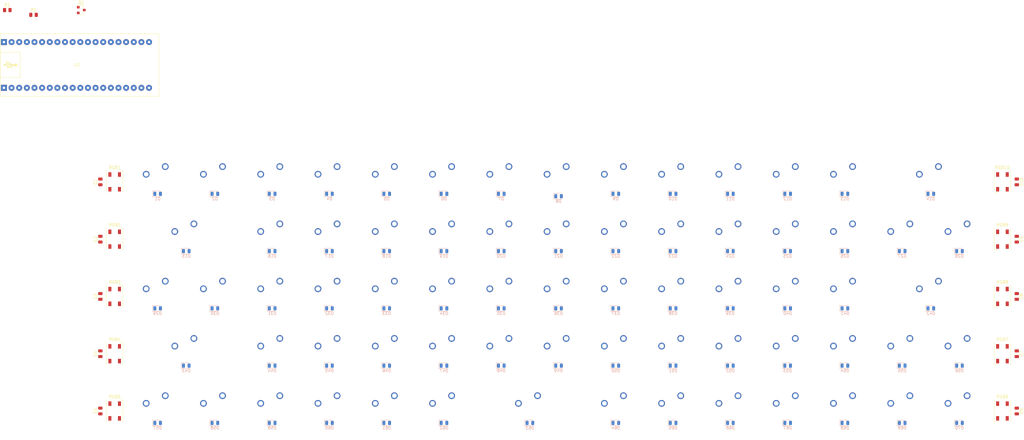
<source format=kicad_pcb>
(kicad_pcb (version 20171130) (host pcbnew 5.1.12-1.fc35)
  (layers (0 F.Cu signal) (31 B.Cu signal) (34 B.Paste user) (35 F.Paste user) (36 B.SilkS user) (37 F.SilkS user) (38 B.Mask user) (39 F.Mask user) (44 Edge.Cuts user))
  (net 0 "")
  (net 1 ROW1)
  (net 2 "Net-(D1-Pad1)")
  (net 3 "Net-(D2-Pad1)")
  (net 4 "Net-(D3-Pad1)")
  (net 5 "Net-(D4-Pad1)")
  (net 6 "Net-(D5-Pad1)")
  (net 7 "Net-(D6-Pad1)")
  (net 8 "Net-(D7-Pad1)")
  (net 9 "Net-(D8-Pad1)")
  (net 10 "Net-(D9-Pad1)")
  (net 11 "Net-(D10-Pad1)")
  (net 12 "Net-(D11-Pad1)")
  (net 13 "Net-(D12-Pad1)")
  (net 14 "Net-(D13-Pad1)")
  (net 15 "Net-(D14-Pad1)")
  (net 16 ROW2)
  (net 17 "Net-(D15-Pad1)")
  (net 18 "Net-(D16-Pad1)")
  (net 19 "Net-(D17-Pad1)")
  (net 20 "Net-(D18-Pad1)")
  (net 21 "Net-(D19-Pad1)")
  (net 22 "Net-(D20-Pad1)")
  (net 23 "Net-(D21-Pad1)")
  (net 24 "Net-(D22-Pad1)")
  (net 25 "Net-(D23-Pad1)")
  (net 26 "Net-(D24-Pad1)")
  (net 27 "Net-(D25-Pad1)")
  (net 28 "Net-(D26-Pad1)")
  (net 29 "Net-(D27-Pad1)")
  (net 30 "Net-(D28-Pad1)")
  (net 31 ROW3)
  (net 32 "Net-(D29-Pad1)")
  (net 33 "Net-(D30-Pad1)")
  (net 34 "Net-(D31-Pad1)")
  (net 35 "Net-(D32-Pad1)")
  (net 36 "Net-(D33-Pad1)")
  (net 37 "Net-(D34-Pad1)")
  (net 38 "Net-(D35-Pad1)")
  (net 39 "Net-(D36-Pad1)")
  (net 40 "Net-(D37-Pad1)")
  (net 41 "Net-(D38-Pad1)")
  (net 42 "Net-(D39-Pad1)")
  (net 43 "Net-(D40-Pad1)")
  (net 44 "Net-(D41-Pad1)")
  (net 45 "Net-(D42-Pad1)")
  (net 46 ROW4)
  (net 47 "Net-(D43-Pad1)")
  (net 48 "Net-(D44-Pad1)")
  (net 49 "Net-(D45-Pad1)")
  (net 50 "Net-(D46-Pad1)")
  (net 51 "Net-(D47-Pad1)")
  (net 52 "Net-(D48-Pad1)")
  (net 53 "Net-(D49-Pad1)")
  (net 54 "Net-(D50-Pad1)")
  (net 55 "Net-(D51-Pad1)")
  (net 56 "Net-(D52-Pad1)")
  (net 57 "Net-(D53-Pad1)")
  (net 58 "Net-(D54-Pad1)")
  (net 59 "Net-(D55-Pad1)")
  (net 60 "Net-(D56-Pad1)")
  (net 61 ROW5)
  (net 62 "Net-(D57-Pad1)")
  (net 63 "Net-(D58-Pad1)")
  (net 64 "Net-(D59-Pad1)")
  (net 65 "Net-(D60-Pad1)")
  (net 66 "Net-(D61-Pad1)")
  (net 67 "Net-(D62-Pad1)")
  (net 68 "Net-(D63-Pad1)")
  (net 69 "Net-(D64-Pad1)")
  (net 70 "Net-(D65-Pad1)")
  (net 71 "Net-(D66-Pad1)")
  (net 72 "Net-(D67-Pad1)")
  (net 73 "Net-(D68-Pad1)")
  (net 74 "Net-(D69-Pad1)")
  (net 75 "Net-(D70-Pad1)")
  (net 76 COL1)
  (net 77 COL2)
  (net 78 COL3)
  (net 79 COL4)
  (net 80 COL5)
  (net 81 COL6)
  (net 82 COL7)
  (net 83 COL8)
  (net 84 COL9)
  (net 85 COL10)
  (net 86 COL11)
  (net 87 COL12)
  (net 88 COL13)
  (net 89 COL14)
  (net 90 GND)
  (net 91 "Net-(U1-Pad36)")
  (net 92 "Net-(U1-Pad6)")
  (net 93 "Net-(U1-Pad8)")
  (net 94 "Net-(U1-Pad9)")
  (net 95 "Net-(U1-Pad30)")
  (net 96 "Net-(U1-Pad29)")
  (net 97 "Net-(U1-Pad28)")
  (net 98 "Net-(U1-Pad27)")
  (net 99 "Net-(U1-Pad26)")
  (net 100 "Net-(U1-Pad25)")
  (net 101 "Net-(U1-Pad24)")
  (net 102 "Net-(U1-Pad23)")
  (net 103 "Net-(U1-Pad22)")
  (net 104 "Net-(U1-Pad21)")
  (net 105 +5V)
  (net 106 RGB_DIN)
  (net 107 RGB)
  (net 108 +3V3)
  (net 109 "Net-(RGB1-Pad4)")
  (net 110 "Net-(RGB2-Pad4)")
  (net 111 "Net-(RGB3-Pad4)")
  (net 112 "Net-(RGB4-Pad4)")
  (net 113 "Net-(RGB5-Pad4)")
  (net 114 "Net-(RGB6-Pad4)")
  (net 115 "Net-(RGB7-Pad4)")
  (net 116 "Net-(RGB8-Pad4)")
  (net 117 "Net-(RGB10-Pad2)")
  (net 118 "Net-(RGB10-Pad4)")
  (module LED_SMD:LED_SK6812_PLCC4_5.0x5.0mm_P3.2mm (layer F.Cu) (at 296.06875 23.01875 270)
    (fp_text reference RGB10 (at -4.7625 0 180) (layer F.SilkS))
    (fp_text value SK6812)
    (pad 3 smd rect (at -2.45 -1.6 270) (size 1.5 1) (layers F.Cu F.Paste F.Mask) (net 105 +5V))
    (pad 4 smd rect (at -2.45 1.6 270) (size 1.5 1) (layers F.Cu F.Paste F.Mask) (net 118 "Net-(RGB10-Pad4)"))
    (pad 2 smd rect (at 2.45 -1.6 270) (size 1.5 1) (layers F.Cu F.Paste F.Mask) (net 117 "Net-(RGB10-Pad2)"))
    (pad 1 smd rect (at 2.45 1.6 270) (size 1.5 1) (layers F.Cu F.Paste F.Mask) (net 90 GND))
  )
  (module LED_SMD:LED_SK6812_PLCC4_5.0x5.0mm_P3.2mm (layer F.Cu) (at 296.06875 42.06875 270)
    (fp_text reference RGB9 (at -4.7625 0 180) (layer F.SilkS))
    (fp_text value SK6812)
    (pad 1 smd rect (at 2.45 1.6 270) (size 1.5 1) (layers F.Cu F.Paste F.Mask) (net 90 GND))
    (pad 2 smd rect (at 2.45 -1.6 270) (size 1.5 1) (layers F.Cu F.Paste F.Mask) (net 116 "Net-(RGB8-Pad4)"))
    (pad 4 smd rect (at -2.45 1.6 270) (size 1.5 1) (layers F.Cu F.Paste F.Mask) (net 117 "Net-(RGB10-Pad2)"))
    (pad 3 smd rect (at -2.45 -1.6 270) (size 1.5 1) (layers F.Cu F.Paste F.Mask) (net 105 +5V))
  )
  (module LED_SMD:LED_SK6812_PLCC4_5.0x5.0mm_P3.2mm (layer F.Cu) (at 296.06875 61.11875 270)
    (fp_text reference RGB8 (at -4.7625 0 180) (layer F.SilkS))
    (fp_text value SK6812)
    (pad 1 smd rect (at 2.45 1.6 270) (size 1.5 1) (layers F.Cu F.Paste F.Mask) (net 90 GND))
    (pad 2 smd rect (at 2.45 -1.6 270) (size 1.5 1) (layers F.Cu F.Paste F.Mask) (net 115 "Net-(RGB7-Pad4)"))
    (pad 4 smd rect (at -2.45 1.6 270) (size 1.5 1) (layers F.Cu F.Paste F.Mask) (net 116 "Net-(RGB8-Pad4)"))
    (pad 3 smd rect (at -2.45 -1.6 270) (size 1.5 1) (layers F.Cu F.Paste F.Mask) (net 105 +5V))
  )
  (module LED_SMD:LED_SK6812_PLCC4_5.0x5.0mm_P3.2mm (layer F.Cu) (at 296.06875 80.16875 270)
    (fp_text reference RGB7 (at -4.7625 0 180) (layer F.SilkS))
    (fp_text value SK6812)
    (pad 3 smd rect (at -2.45 -1.6 270) (size 1.5 1) (layers F.Cu F.Paste F.Mask) (net 105 +5V))
    (pad 4 smd rect (at -2.45 1.6 270) (size 1.5 1) (layers F.Cu F.Paste F.Mask) (net 115 "Net-(RGB7-Pad4)"))
    (pad 2 smd rect (at 2.45 -1.6 270) (size 1.5 1) (layers F.Cu F.Paste F.Mask) (net 114 "Net-(RGB6-Pad4)"))
    (pad 1 smd rect (at 2.45 1.6 270) (size 1.5 1) (layers F.Cu F.Paste F.Mask) (net 90 GND))
  )
  (module LED_SMD:LED_SK6812_PLCC4_5.0x5.0mm_P3.2mm (layer F.Cu) (at 296.06875 99.21875 270)
    (fp_text reference RGB6 (at -4.7625 0 180) (layer F.SilkS))
    (fp_text value SK6812)
    (pad 3 smd rect (at -2.45 -1.6 270) (size 1.5 1) (layers F.Cu F.Paste F.Mask) (net 105 +5V))
    (pad 4 smd rect (at -2.45 1.6 270) (size 1.5 1) (layers F.Cu F.Paste F.Mask) (net 114 "Net-(RGB6-Pad4)"))
    (pad 2 smd rect (at 2.45 -1.6 270) (size 1.5 1) (layers F.Cu F.Paste F.Mask) (net 113 "Net-(RGB5-Pad4)"))
    (pad 1 smd rect (at 2.45 1.6 270) (size 1.5 1) (layers F.Cu F.Paste F.Mask) (net 90 GND))
  )
  (module LED_SMD:LED_SK6812_PLCC4_5.0x5.0mm_P3.2mm (layer F.Cu) (at 0.79375 99.21875 90)
    (fp_text reference RGB5 (at 4.7625 0 180) (layer F.SilkS))
    (fp_text value SK6812)
    (pad 3 smd rect (at -2.45 -1.6 90) (size 1.5 1) (layers F.Cu F.Paste F.Mask) (net 105 +5V))
    (pad 4 smd rect (at -2.45 1.6 90) (size 1.5 1) (layers F.Cu F.Paste F.Mask) (net 113 "Net-(RGB5-Pad4)"))
    (pad 2 smd rect (at 2.45 -1.6 90) (size 1.5 1) (layers F.Cu F.Paste F.Mask) (net 112 "Net-(RGB4-Pad4)"))
    (pad 1 smd rect (at 2.45 1.6 90) (size 1.5 1) (layers F.Cu F.Paste F.Mask) (net 90 GND))
  )
  (module LED_SMD:LED_SK6812_PLCC4_5.0x5.0mm_P3.2mm (layer F.Cu) (at 0.79375 80.16875 90)
    (fp_text reference RGB4 (at 4.7625 0 180) (layer F.SilkS))
    (fp_text value SK6812)
    (pad 3 smd rect (at -2.45 -1.6 90) (size 1.5 1) (layers F.Cu F.Paste F.Mask) (net 105 +5V))
    (pad 4 smd rect (at -2.45 1.6 90) (size 1.5 1) (layers F.Cu F.Paste F.Mask) (net 112 "Net-(RGB4-Pad4)"))
    (pad 2 smd rect (at 2.45 -1.6 90) (size 1.5 1) (layers F.Cu F.Paste F.Mask) (net 111 "Net-(RGB3-Pad4)"))
    (pad 1 smd rect (at 2.45 1.6 90) (size 1.5 1) (layers F.Cu F.Paste F.Mask) (net 90 GND))
  )
  (module LED_SMD:LED_SK6812_PLCC4_5.0x5.0mm_P3.2mm (layer F.Cu) (at 0.79375 61.11875 90)
    (fp_text reference RGB3 (at 4.7625 0 180) (layer F.SilkS))
    (fp_text value SK6812)
    (pad 3 smd rect (at -2.45 -1.6 90) (size 1.5 1) (layers F.Cu F.Paste F.Mask) (net 105 +5V))
    (pad 4 smd rect (at -2.45 1.6 90) (size 1.5 1) (layers F.Cu F.Paste F.Mask) (net 111 "Net-(RGB3-Pad4)"))
    (pad 2 smd rect (at 2.45 -1.6 90) (size 1.5 1) (layers F.Cu F.Paste F.Mask) (net 110 "Net-(RGB2-Pad4)"))
    (pad 1 smd rect (at 2.45 1.6 90) (size 1.5 1) (layers F.Cu F.Paste F.Mask) (net 90 GND))
  )
  (module LED_SMD:LED_SK6812_PLCC4_5.0x5.0mm_P3.2mm (layer F.Cu) (at 0.79375 42.06875 90)
    (fp_text reference RGB2 (at 4.7625 0 180) (layer F.SilkS))
    (fp_text value SK6812)
    (pad 1 smd rect (at 2.45 1.6 90) (size 1.5 1) (layers F.Cu F.Paste F.Mask) (net 90 GND))
    (pad 2 smd rect (at 2.45 -1.6 90) (size 1.5 1) (layers F.Cu F.Paste F.Mask) (net 109 "Net-(RGB1-Pad4)"))
    (pad 4 smd rect (at -2.45 1.6 90) (size 1.5 1) (layers F.Cu F.Paste F.Mask) (net 110 "Net-(RGB2-Pad4)"))
    (pad 3 smd rect (at -2.45 -1.6 90) (size 1.5 1) (layers F.Cu F.Paste F.Mask) (net 105 +5V))
  )
  (module LED_SMD:LED_SK6812_PLCC4_5.0x5.0mm_P3.2mm (layer F.Cu) (at 0.79375 23.01875 90)
    (fp_text reference RGB1 (at 4.7625 0 180) (layer F.SilkS))
    (fp_text value SK6812)
    (pad 3 smd rect (at -2.45 -1.6 90) (size 1.5 1) (layers F.Cu F.Paste F.Mask) (net 105 +5V))
    (pad 4 smd rect (at -2.45 1.6 90) (size 1.5 1) (layers F.Cu F.Paste F.Mask) (net 109 "Net-(RGB1-Pad4)"))
    (pad 2 smd rect (at 2.45 -1.6 90) (size 1.5 1) (layers F.Cu F.Paste F.Mask) (net 106 RGB_DIN))
    (pad 1 smd rect (at 2.45 1.6 90) (size 1.5 1) (layers F.Cu F.Paste F.Mask) (net 90 GND))
  )
  (module Resistor_SMD:R_0805_2012Metric (layer F.Cu) (at -26.19375 -32.54375)
    (fp_text reference R2 (at 0 -1.65) (layer F.SilkS))
    (fp_text value 10k)
    (pad 2 smd roundrect (at 0.9125 0) (size 1.025 1.4) (layers F.Cu F.Paste F.Mask) (roundrect_rratio 0.243902) (net 108 +3V3))
    (pad 1 smd roundrect (at -0.9125 0) (size 1.025 1.4) (layers F.Cu F.Paste F.Mask) (roundrect_rratio 0.243902) (net 107 RGB))
  )
  (module Resistor_SMD:R_0805_2012Metric (layer F.Cu) (at -34.925 -34.13125)
    (fp_text reference R1 (at 0 -1.65) (layer F.SilkS))
    (fp_text value 10k)
    (pad 2 smd roundrect (at 0.9125 0) (size 1.025 1.4) (layers F.Cu F.Paste F.Mask) (roundrect_rratio 0.243902) (net 105 +5V))
    (pad 1 smd roundrect (at -0.9125 0) (size 1.025 1.4) (layers F.Cu F.Paste F.Mask) (roundrect_rratio 0.243902) (net 106 RGB_DIN))
  )
  (module Package_TO_SOT_SMD:SOT-23 (layer F.Cu) (at -10.31875 -34.13125)
    (fp_text reference Q1 (at 0 -2.5) (layer F.SilkS))
    (fp_text value BSS138)
    (pad 1 smd rect (at -1 -0.95) (size 0.9 0.8) (layers F.Cu F.Paste F.Mask) (net 108 +3V3))
    (pad 2 smd rect (at -1 0.95) (size 0.9 0.8) (layers F.Cu F.Paste F.Mask) (net 107 RGB))
    (pad 3 smd rect (at 1 0) (size 0.9 0.8) (layers F.Cu F.Paste F.Mask) (net 106 RGB_DIN))
  )
  (module Capacitor_SMD:C_0805_2012Metric (layer F.Cu) (at 300.83125 23.01875 90)
    (fp_text reference C10 (at 0 1.5875 -90) (layer F.SilkS))
    (fp_text value 100nf)
    (pad 2 smd roundrect (at 0.95 0 90) (size 1 1.45) (layers F.Cu F.Paste F.Mask) (net 105 +5V))
    (pad 1 smd roundrect (at -0.95 0 90) (size 1 1.45) (layers F.Cu F.Paste F.Mask) (net 90 GND))
  )
  (module Capacitor_SMD:C_0805_2012Metric (layer F.Cu) (at 300.83125 42.06875 90)
    (fp_text reference C9 (at 0 1.5875 -90) (layer F.SilkS))
    (fp_text value 100nf)
    (pad 2 smd roundrect (at 0.95 0 90) (size 1 1.45) (layers F.Cu F.Paste F.Mask) (net 105 +5V))
    (pad 1 smd roundrect (at -0.95 0 90) (size 1 1.45) (layers F.Cu F.Paste F.Mask) (net 90 GND))
  )
  (module Capacitor_SMD:C_0805_2012Metric (layer F.Cu) (at 300.83125 61.11875 90)
    (fp_text reference C8 (at 0 1.5875 -90) (layer F.SilkS))
    (fp_text value 100nf)
    (pad 2 smd roundrect (at 0.95 0 90) (size 1 1.45) (layers F.Cu F.Paste F.Mask) (net 105 +5V))
    (pad 1 smd roundrect (at -0.95 0 90) (size 1 1.45) (layers F.Cu F.Paste F.Mask) (net 90 GND))
  )
  (module Capacitor_SMD:C_0805_2012Metric (layer F.Cu) (at 300.83125 80.16875 90)
    (fp_text reference C7 (at 0 1.5875 -90) (layer F.SilkS))
    (fp_text value 100nf)
    (pad 2 smd roundrect (at 0.95 0 90) (size 1 1.45) (layers F.Cu F.Paste F.Mask) (net 105 +5V))
    (pad 1 smd roundrect (at -0.95 0 90) (size 1 1.45) (layers F.Cu F.Paste F.Mask) (net 90 GND))
  )
  (module Capacitor_SMD:C_0805_2012Metric (layer F.Cu) (at 300.83125 99.21875 90)
    (fp_text reference C6 (at 0 1.5875 -90) (layer F.SilkS))
    (fp_text value 100nf)
    (pad 2 smd roundrect (at 0.95 0 90) (size 1 1.45) (layers F.Cu F.Paste F.Mask) (net 105 +5V))
    (pad 1 smd roundrect (at -0.95 0 90) (size 1 1.45) (layers F.Cu F.Paste F.Mask) (net 90 GND))
  )
  (module Capacitor_SMD:C_0805_2012Metric (layer F.Cu) (at -3.96875 99.21875 270)
    (fp_text reference C5 (at 0 1.5875 90) (layer F.SilkS))
    (fp_text value 100nf)
    (pad 2 smd roundrect (at 0.95 0 270) (size 1 1.45) (layers F.Cu F.Paste F.Mask) (net 105 +5V))
    (pad 1 smd roundrect (at -0.95 0 270) (size 1 1.45) (layers F.Cu F.Paste F.Mask) (net 90 GND))
  )
  (module Capacitor_SMD:C_0805_2012Metric (layer F.Cu) (at -3.96875 80.16875 270)
    (fp_text reference C4 (at 0 1.5875 90) (layer F.SilkS))
    (fp_text value 100nf)
    (pad 2 smd roundrect (at 0.95 0 270) (size 1 1.45) (layers F.Cu F.Paste F.Mask) (net 105 +5V))
    (pad 1 smd roundrect (at -0.95 0 270) (size 1 1.45) (layers F.Cu F.Paste F.Mask) (net 90 GND))
  )
  (module Capacitor_SMD:C_0805_2012Metric (layer F.Cu) (at -3.96875 61.11875 270)
    (fp_text reference C3 (at 0 1.5875 90) (layer F.SilkS))
    (fp_text value 100nf)
    (pad 2 smd roundrect (at 0.95 0 270) (size 1 1.45) (layers F.Cu F.Paste F.Mask) (net 105 +5V))
    (pad 1 smd roundrect (at -0.95 0 270) (size 1 1.45) (layers F.Cu F.Paste F.Mask) (net 90 GND))
  )
  (module Capacitor_SMD:C_0805_2012Metric (layer F.Cu) (at -3.96875 42.06875 270)
    (fp_text reference C2 (at 0 1.5875 90) (layer F.SilkS))
    (fp_text value 100nf)
    (pad 2 smd roundrect (at 0.95 0 270) (size 1 1.45) (layers F.Cu F.Paste F.Mask) (net 105 +5V))
    (pad 1 smd roundrect (at -0.95 0 270) (size 1 1.45) (layers F.Cu F.Paste F.Mask) (net 90 GND))
  )
  (module Capacitor_SMD:C_0805_2012Metric (layer F.Cu) (at -3.96875 23.01875 270)
    (fp_text reference C1 (at 0 1.5875 90) (layer F.SilkS))
    (fp_text value 100nf)
    (pad 2 smd roundrect (at 0.95 0 270) (size 1 1.45) (layers F.Cu F.Paste F.Mask) (net 105 +5V))
    (pad 1 smd roundrect (at -0.95 0 270) (size 1 1.45) (layers F.Cu F.Paste F.Mask) (net 90 GND))
  )
  (module MX_Only:MXOnly-2U-ReversedStabilizers-NoLED (layer F.Cu) (at 138.90625 99.21875)
    (fp_text reference SW63)
    (fp_text value 2U)
    (pad 2 thru_hole circle (at 2.54 -5.08) (size 2.25 2.25) (drill 1.47) (layers *.Cu B.Mask) (net 82 COL7))
    (pad "" np_thru_hole circle (at 0 0) (size 3.9878 3.9878) (drill 3.9878) (layers *.Cu *.Mask))
    (pad 1 thru_hole circle (at -3.81 -2.54) (size 2.25 2.25) (drill 1.47) (layers *.Cu B.Mask) (net 68 "Net-(D63-Pad1)"))
    (pad "" np_thru_hole circle (at -5.08 0 48.0996) (size 1.75 1.75) (drill 1.75) (layers *.Cu *.Mask))
    (pad "" np_thru_hole circle (at 5.08 0 48.0996) (size 1.75 1.75) (drill 1.75) (layers *.Cu *.Mask))
    (pad "" np_thru_hole circle (at -11.90625 6.985) (size 3.048 3.048) (drill 3.048) (layers *.Cu *.Mask))
    (pad "" np_thru_hole circle (at 11.90625 6.985) (size 3.048 3.048) (drill 3.048) (layers *.Cu *.Mask))
    (pad "" np_thru_hole circle (at -11.90625 -8.255) (size 3.9878 3.9878) (drill 3.9878) (layers *.Cu *.Mask))
    (pad "" np_thru_hole circle (at 11.90625 -8.255) (size 3.9878 3.9878) (drill 3.9878) (layers *.Cu *.Mask))
  )
  (module MX_Only:MXOnly-1U-NoLED (layer F.Cu) (at 281.78125 99.21875)
    (fp_text reference SW70)
    (fp_text value 1U)
    (pad 2 thru_hole circle (at 2.54 -5.08) (size 2.25 2.25) (drill 1.47) (layers *.Cu B.Mask) (net 89 COL14))
    (pad "" np_thru_hole circle (at 0 0) (size 3.9878 3.9878) (drill 3.9878) (layers *.Cu *.Mask))
    (pad 1 thru_hole circle (at -3.81 -2.54) (size 2.25 2.25) (drill 1.47) (layers *.Cu B.Mask) (net 75 "Net-(D70-Pad1)"))
    (pad "" np_thru_hole circle (at -5.08 0 48.0996) (size 1.75 1.75) (drill 1.75) (layers *.Cu *.Mask))
    (pad "" np_thru_hole circle (at 5.08 0 48.0996) (size 1.75 1.75) (drill 1.75) (layers *.Cu *.Mask))
  )
  (module MX_Only:MXOnly-1U-NoLED (layer F.Cu) (at 262.73125 99.21875)
    (fp_text reference SW69)
    (fp_text value 1U)
    (pad 2 thru_hole circle (at 2.54 -5.08) (size 2.25 2.25) (drill 1.47) (layers *.Cu B.Mask) (net 88 COL13))
    (pad "" np_thru_hole circle (at 0 0) (size 3.9878 3.9878) (drill 3.9878) (layers *.Cu *.Mask))
    (pad 1 thru_hole circle (at -3.81 -2.54) (size 2.25 2.25) (drill 1.47) (layers *.Cu B.Mask) (net 74 "Net-(D69-Pad1)"))
    (pad "" np_thru_hole circle (at -5.08 0 48.0996) (size 1.75 1.75) (drill 1.75) (layers *.Cu *.Mask))
    (pad "" np_thru_hole circle (at 5.08 0 48.0996) (size 1.75 1.75) (drill 1.75) (layers *.Cu *.Mask))
  )
  (module MX_Only:MXOnly-1U-NoLED (layer F.Cu) (at 243.68125 99.21875)
    (fp_text reference SW68)
    (fp_text value 1U)
    (pad 2 thru_hole circle (at 2.54 -5.08) (size 2.25 2.25) (drill 1.47) (layers *.Cu B.Mask) (net 87 COL12))
    (pad "" np_thru_hole circle (at 0 0) (size 3.9878 3.9878) (drill 3.9878) (layers *.Cu *.Mask))
    (pad 1 thru_hole circle (at -3.81 -2.54) (size 2.25 2.25) (drill 1.47) (layers *.Cu B.Mask) (net 73 "Net-(D68-Pad1)"))
    (pad "" np_thru_hole circle (at -5.08 0 48.0996) (size 1.75 1.75) (drill 1.75) (layers *.Cu *.Mask))
    (pad "" np_thru_hole circle (at 5.08 0 48.0996) (size 1.75 1.75) (drill 1.75) (layers *.Cu *.Mask))
  )
  (module MX_Only:MXOnly-1U-NoLED (layer F.Cu) (at 224.63125 99.21875)
    (fp_text reference SW67)
    (fp_text value 1U)
    (pad 2 thru_hole circle (at 2.54 -5.08) (size 2.25 2.25) (drill 1.47) (layers *.Cu B.Mask) (net 86 COL11))
    (pad "" np_thru_hole circle (at 0 0) (size 3.9878 3.9878) (drill 3.9878) (layers *.Cu *.Mask))
    (pad 1 thru_hole circle (at -3.81 -2.54) (size 2.25 2.25) (drill 1.47) (layers *.Cu B.Mask) (net 72 "Net-(D67-Pad1)"))
    (pad "" np_thru_hole circle (at -5.08 0 48.0996) (size 1.75 1.75) (drill 1.75) (layers *.Cu *.Mask))
    (pad "" np_thru_hole circle (at 5.08 0 48.0996) (size 1.75 1.75) (drill 1.75) (layers *.Cu *.Mask))
  )
  (module MX_Only:MXOnly-1U-NoLED (layer F.Cu) (at 205.58125 99.21875)
    (fp_text reference SW66)
    (fp_text value 1U)
    (pad 2 thru_hole circle (at 2.54 -5.08) (size 2.25 2.25) (drill 1.47) (layers *.Cu B.Mask) (net 85 COL10))
    (pad "" np_thru_hole circle (at 0 0) (size 3.9878 3.9878) (drill 3.9878) (layers *.Cu *.Mask))
    (pad 1 thru_hole circle (at -3.81 -2.54) (size 2.25 2.25) (drill 1.47) (layers *.Cu B.Mask) (net 71 "Net-(D66-Pad1)"))
    (pad "" np_thru_hole circle (at -5.08 0 48.0996) (size 1.75 1.75) (drill 1.75) (layers *.Cu *.Mask))
    (pad "" np_thru_hole circle (at 5.08 0 48.0996) (size 1.75 1.75) (drill 1.75) (layers *.Cu *.Mask))
  )
  (module MX_Only:MXOnly-1U-NoLED (layer F.Cu) (at 186.53125 99.21875)
    (fp_text reference SW65)
    (fp_text value 1U)
    (pad 2 thru_hole circle (at 2.54 -5.08) (size 2.25 2.25) (drill 1.47) (layers *.Cu B.Mask) (net 84 COL9))
    (pad "" np_thru_hole circle (at 0 0) (size 3.9878 3.9878) (drill 3.9878) (layers *.Cu *.Mask))
    (pad 1 thru_hole circle (at -3.81 -2.54) (size 2.25 2.25) (drill 1.47) (layers *.Cu B.Mask) (net 70 "Net-(D65-Pad1)"))
    (pad "" np_thru_hole circle (at -5.08 0 48.0996) (size 1.75 1.75) (drill 1.75) (layers *.Cu *.Mask))
    (pad "" np_thru_hole circle (at 5.08 0 48.0996) (size 1.75 1.75) (drill 1.75) (layers *.Cu *.Mask))
  )
  (module MX_Only:MXOnly-1U-NoLED (layer F.Cu) (at 167.48125 99.21875)
    (fp_text reference SW64)
    (fp_text value 1U)
    (pad 2 thru_hole circle (at 2.54 -5.08) (size 2.25 2.25) (drill 1.47) (layers *.Cu B.Mask) (net 83 COL8))
    (pad "" np_thru_hole circle (at 0 0) (size 3.9878 3.9878) (drill 3.9878) (layers *.Cu *.Mask))
    (pad 1 thru_hole circle (at -3.81 -2.54) (size 2.25 2.25) (drill 1.47) (layers *.Cu B.Mask) (net 69 "Net-(D64-Pad1)"))
    (pad "" np_thru_hole circle (at -5.08 0 48.0996) (size 1.75 1.75) (drill 1.75) (layers *.Cu *.Mask))
    (pad "" np_thru_hole circle (at 5.08 0 48.0996) (size 1.75 1.75) (drill 1.75) (layers *.Cu *.Mask))
  )
  (module MX_Only:MXOnly-1U-NoLED (layer F.Cu) (at 110.33125 99.21875)
    (fp_text reference SW62)
    (fp_text value 1U)
    (pad 2 thru_hole circle (at 2.54 -5.08) (size 2.25 2.25) (drill 1.47) (layers *.Cu B.Mask) (net 81 COL6))
    (pad "" np_thru_hole circle (at 0 0) (size 3.9878 3.9878) (drill 3.9878) (layers *.Cu *.Mask))
    (pad 1 thru_hole circle (at -3.81 -2.54) (size 2.25 2.25) (drill 1.47) (layers *.Cu B.Mask) (net 67 "Net-(D62-Pad1)"))
    (pad "" np_thru_hole circle (at -5.08 0 48.0996) (size 1.75 1.75) (drill 1.75) (layers *.Cu *.Mask))
    (pad "" np_thru_hole circle (at 5.08 0 48.0996) (size 1.75 1.75) (drill 1.75) (layers *.Cu *.Mask))
  )
  (module MX_Only:MXOnly-1U-NoLED (layer F.Cu) (at 91.28125 99.21875)
    (fp_text reference SW61)
    (fp_text value 1U)
    (pad 2 thru_hole circle (at 2.54 -5.08) (size 2.25 2.25) (drill 1.47) (layers *.Cu B.Mask) (net 80 COL5))
    (pad "" np_thru_hole circle (at 0 0) (size 3.9878 3.9878) (drill 3.9878) (layers *.Cu *.Mask))
    (pad 1 thru_hole circle (at -3.81 -2.54) (size 2.25 2.25) (drill 1.47) (layers *.Cu B.Mask) (net 66 "Net-(D61-Pad1)"))
    (pad "" np_thru_hole circle (at -5.08 0 48.0996) (size 1.75 1.75) (drill 1.75) (layers *.Cu *.Mask))
    (pad "" np_thru_hole circle (at 5.08 0 48.0996) (size 1.75 1.75) (drill 1.75) (layers *.Cu *.Mask))
  )
  (module MX_Only:MXOnly-1U-NoLED (layer F.Cu) (at 72.23125 99.21875)
    (fp_text reference SW60)
    (fp_text value 1U)
    (pad 2 thru_hole circle (at 2.54 -5.08) (size 2.25 2.25) (drill 1.47) (layers *.Cu B.Mask) (net 79 COL4))
    (pad "" np_thru_hole circle (at 0 0) (size 3.9878 3.9878) (drill 3.9878) (layers *.Cu *.Mask))
    (pad 1 thru_hole circle (at -3.81 -2.54) (size 2.25 2.25) (drill 1.47) (layers *.Cu B.Mask) (net 65 "Net-(D60-Pad1)"))
    (pad "" np_thru_hole circle (at -5.08 0 48.0996) (size 1.75 1.75) (drill 1.75) (layers *.Cu *.Mask))
    (pad "" np_thru_hole circle (at 5.08 0 48.0996) (size 1.75 1.75) (drill 1.75) (layers *.Cu *.Mask))
  )
  (module MX_Only:MXOnly-1U-NoLED (layer F.Cu) (at 53.18125 99.21875)
    (fp_text reference SW59)
    (fp_text value 1U)
    (pad 2 thru_hole circle (at 2.54 -5.08) (size 2.25 2.25) (drill 1.47) (layers *.Cu B.Mask) (net 78 COL3))
    (pad "" np_thru_hole circle (at 0 0) (size 3.9878 3.9878) (drill 3.9878) (layers *.Cu *.Mask))
    (pad 1 thru_hole circle (at -3.81 -2.54) (size 2.25 2.25) (drill 1.47) (layers *.Cu B.Mask) (net 64 "Net-(D59-Pad1)"))
    (pad "" np_thru_hole circle (at -5.08 0 48.0996) (size 1.75 1.75) (drill 1.75) (layers *.Cu *.Mask))
    (pad "" np_thru_hole circle (at 5.08 0 48.0996) (size 1.75 1.75) (drill 1.75) (layers *.Cu *.Mask))
  )
  (module MX_Only:MXOnly-1U-NoLED (layer F.Cu) (at 34.13125 99.21875)
    (fp_text reference SW58)
    (fp_text value 1U)
    (pad 2 thru_hole circle (at 2.54 -5.08) (size 2.25 2.25) (drill 1.47) (layers *.Cu B.Mask) (net 77 COL2))
    (pad "" np_thru_hole circle (at 0 0) (size 3.9878 3.9878) (drill 3.9878) (layers *.Cu *.Mask))
    (pad 1 thru_hole circle (at -3.81 -2.54) (size 2.25 2.25) (drill 1.47) (layers *.Cu B.Mask) (net 63 "Net-(D58-Pad1)"))
    (pad "" np_thru_hole circle (at -5.08 0 48.0996) (size 1.75 1.75) (drill 1.75) (layers *.Cu *.Mask))
    (pad "" np_thru_hole circle (at 5.08 0 48.0996) (size 1.75 1.75) (drill 1.75) (layers *.Cu *.Mask))
  )
  (module MX_Only:MXOnly-1U-NoLED (layer F.Cu) (at 15.08125 99.21875)
    (fp_text reference SW57)
    (fp_text value 1U)
    (pad 2 thru_hole circle (at 2.54 -5.08) (size 2.25 2.25) (drill 1.47) (layers *.Cu B.Mask) (net 76 COL1))
    (pad "" np_thru_hole circle (at 0 0) (size 3.9878 3.9878) (drill 3.9878) (layers *.Cu *.Mask))
    (pad 1 thru_hole circle (at -3.81 -2.54) (size 2.25 2.25) (drill 1.47) (layers *.Cu B.Mask) (net 62 "Net-(D57-Pad1)"))
    (pad "" np_thru_hole circle (at -5.08 0 48.0996) (size 1.75 1.75) (drill 1.75) (layers *.Cu *.Mask))
    (pad "" np_thru_hole circle (at 5.08 0 48.0996) (size 1.75 1.75) (drill 1.75) (layers *.Cu *.Mask))
  )
  (module MX_Only:MXOnly-1U-NoLED (layer F.Cu) (at 281.78125 80.16875)
    (fp_text reference SW56)
    (fp_text value 1U)
    (pad 2 thru_hole circle (at 2.54 -5.08) (size 2.25 2.25) (drill 1.47) (layers *.Cu B.Mask) (net 89 COL14))
    (pad "" np_thru_hole circle (at 0 0) (size 3.9878 3.9878) (drill 3.9878) (layers *.Cu *.Mask))
    (pad 1 thru_hole circle (at -3.81 -2.54) (size 2.25 2.25) (drill 1.47) (layers *.Cu B.Mask) (net 60 "Net-(D56-Pad1)"))
    (pad "" np_thru_hole circle (at -5.08 0 48.0996) (size 1.75 1.75) (drill 1.75) (layers *.Cu *.Mask))
    (pad "" np_thru_hole circle (at 5.08 0 48.0996) (size 1.75 1.75) (drill 1.75) (layers *.Cu *.Mask))
  )
  (module MX_Only:MXOnly-1U-NoLED (layer F.Cu) (at 262.73125 80.16875)
    (fp_text reference SW55)
    (fp_text value 1U)
    (pad 2 thru_hole circle (at 2.54 -5.08) (size 2.25 2.25) (drill 1.47) (layers *.Cu B.Mask) (net 88 COL13))
    (pad "" np_thru_hole circle (at 0 0) (size 3.9878 3.9878) (drill 3.9878) (layers *.Cu *.Mask))
    (pad 1 thru_hole circle (at -3.81 -2.54) (size 2.25 2.25) (drill 1.47) (layers *.Cu B.Mask) (net 59 "Net-(D55-Pad1)"))
    (pad "" np_thru_hole circle (at -5.08 0 48.0996) (size 1.75 1.75) (drill 1.75) (layers *.Cu *.Mask))
    (pad "" np_thru_hole circle (at 5.08 0 48.0996) (size 1.75 1.75) (drill 1.75) (layers *.Cu *.Mask))
  )
  (module MX_Only:MXOnly-1U-NoLED (layer F.Cu) (at 243.68125 80.16875)
    (fp_text reference SW54)
    (fp_text value 1U)
    (pad 2 thru_hole circle (at 2.54 -5.08) (size 2.25 2.25) (drill 1.47) (layers *.Cu B.Mask) (net 87 COL12))
    (pad "" np_thru_hole circle (at 0 0) (size 3.9878 3.9878) (drill 3.9878) (layers *.Cu *.Mask))
    (pad 1 thru_hole circle (at -3.81 -2.54) (size 2.25 2.25) (drill 1.47) (layers *.Cu B.Mask) (net 58 "Net-(D54-Pad1)"))
    (pad "" np_thru_hole circle (at -5.08 0 48.0996) (size 1.75 1.75) (drill 1.75) (layers *.Cu *.Mask))
    (pad "" np_thru_hole circle (at 5.08 0 48.0996) (size 1.75 1.75) (drill 1.75) (layers *.Cu *.Mask))
  )
  (module MX_Only:MXOnly-1U-NoLED (layer F.Cu) (at 224.63125 80.16875)
    (fp_text reference SW53)
    (fp_text value 1U)
    (pad 2 thru_hole circle (at 2.54 -5.08) (size 2.25 2.25) (drill 1.47) (layers *.Cu B.Mask) (net 86 COL11))
    (pad "" np_thru_hole circle (at 0 0) (size 3.9878 3.9878) (drill 3.9878) (layers *.Cu *.Mask))
    (pad 1 thru_hole circle (at -3.81 -2.54) (size 2.25 2.25) (drill 1.47) (layers *.Cu B.Mask) (net 57 "Net-(D53-Pad1)"))
    (pad "" np_thru_hole circle (at -5.08 0 48.0996) (size 1.75 1.75) (drill 1.75) (layers *.Cu *.Mask))
    (pad "" np_thru_hole circle (at 5.08 0 48.0996) (size 1.75 1.75) (drill 1.75) (layers *.Cu *.Mask))
  )
  (module MX_Only:MXOnly-1U-NoLED (layer F.Cu) (at 205.58125 80.16875)
    (fp_text reference SW52)
    (fp_text value 1U)
    (pad 2 thru_hole circle (at 2.54 -5.08) (size 2.25 2.25) (drill 1.47) (layers *.Cu B.Mask) (net 85 COL10))
    (pad "" np_thru_hole circle (at 0 0) (size 3.9878 3.9878) (drill 3.9878) (layers *.Cu *.Mask))
    (pad 1 thru_hole circle (at -3.81 -2.54) (size 2.25 2.25) (drill 1.47) (layers *.Cu B.Mask) (net 56 "Net-(D52-Pad1)"))
    (pad "" np_thru_hole circle (at -5.08 0 48.0996) (size 1.75 1.75) (drill 1.75) (layers *.Cu *.Mask))
    (pad "" np_thru_hole circle (at 5.08 0 48.0996) (size 1.75 1.75) (drill 1.75) (layers *.Cu *.Mask))
  )
  (module MX_Only:MXOnly-1U-NoLED (layer F.Cu) (at 186.53125 80.16875)
    (fp_text reference SW51)
    (fp_text value 1U)
    (pad 2 thru_hole circle (at 2.54 -5.08) (size 2.25 2.25) (drill 1.47) (layers *.Cu B.Mask) (net 84 COL9))
    (pad "" np_thru_hole circle (at 0 0) (size 3.9878 3.9878) (drill 3.9878) (layers *.Cu *.Mask))
    (pad 1 thru_hole circle (at -3.81 -2.54) (size 2.25 2.25) (drill 1.47) (layers *.Cu B.Mask) (net 55 "Net-(D51-Pad1)"))
    (pad "" np_thru_hole circle (at -5.08 0 48.0996) (size 1.75 1.75) (drill 1.75) (layers *.Cu *.Mask))
    (pad "" np_thru_hole circle (at 5.08 0 48.0996) (size 1.75 1.75) (drill 1.75) (layers *.Cu *.Mask))
  )
  (module MX_Only:MXOnly-1U-NoLED (layer F.Cu) (at 167.48125 80.16875)
    (fp_text reference SW50)
    (fp_text value 1U)
    (pad 2 thru_hole circle (at 2.54 -5.08) (size 2.25 2.25) (drill 1.47) (layers *.Cu B.Mask) (net 83 COL8))
    (pad "" np_thru_hole circle (at 0 0) (size 3.9878 3.9878) (drill 3.9878) (layers *.Cu *.Mask))
    (pad 1 thru_hole circle (at -3.81 -2.54) (size 2.25 2.25) (drill 1.47) (layers *.Cu B.Mask) (net 54 "Net-(D50-Pad1)"))
    (pad "" np_thru_hole circle (at -5.08 0 48.0996) (size 1.75 1.75) (drill 1.75) (layers *.Cu *.Mask))
    (pad "" np_thru_hole circle (at 5.08 0 48.0996) (size 1.75 1.75) (drill 1.75) (layers *.Cu *.Mask))
  )
  (module MX_Only:MXOnly-1U-NoLED (layer F.Cu) (at 148.43125 80.16875)
    (fp_text reference SW49)
    (fp_text value 1U)
    (pad 2 thru_hole circle (at 2.54 -5.08) (size 2.25 2.25) (drill 1.47) (layers *.Cu B.Mask) (net 82 COL7))
    (pad "" np_thru_hole circle (at 0 0) (size 3.9878 3.9878) (drill 3.9878) (layers *.Cu *.Mask))
    (pad 1 thru_hole circle (at -3.81 -2.54) (size 2.25 2.25) (drill 1.47) (layers *.Cu B.Mask) (net 53 "Net-(D49-Pad1)"))
    (pad "" np_thru_hole circle (at -5.08 0 48.0996) (size 1.75 1.75) (drill 1.75) (layers *.Cu *.Mask))
    (pad "" np_thru_hole circle (at 5.08 0 48.0996) (size 1.75 1.75) (drill 1.75) (layers *.Cu *.Mask))
  )
  (module MX_Only:MXOnly-1U-NoLED (layer F.Cu) (at 129.38125 80.16875)
    (fp_text reference SW48)
    (fp_text value 1U)
    (pad 2 thru_hole circle (at 2.54 -5.08) (size 2.25 2.25) (drill 1.47) (layers *.Cu B.Mask) (net 81 COL6))
    (pad "" np_thru_hole circle (at 0 0) (size 3.9878 3.9878) (drill 3.9878) (layers *.Cu *.Mask))
    (pad 1 thru_hole circle (at -3.81 -2.54) (size 2.25 2.25) (drill 1.47) (layers *.Cu B.Mask) (net 52 "Net-(D48-Pad1)"))
    (pad "" np_thru_hole circle (at -5.08 0 48.0996) (size 1.75 1.75) (drill 1.75) (layers *.Cu *.Mask))
    (pad "" np_thru_hole circle (at 5.08 0 48.0996) (size 1.75 1.75) (drill 1.75) (layers *.Cu *.Mask))
  )
  (module MX_Only:MXOnly-1U-NoLED (layer F.Cu) (at 110.33125 80.16875)
    (fp_text reference SW47)
    (fp_text value 1U)
    (pad 2 thru_hole circle (at 2.54 -5.08) (size 2.25 2.25) (drill 1.47) (layers *.Cu B.Mask) (net 80 COL5))
    (pad "" np_thru_hole circle (at 0 0) (size 3.9878 3.9878) (drill 3.9878) (layers *.Cu *.Mask))
    (pad 1 thru_hole circle (at -3.81 -2.54) (size 2.25 2.25) (drill 1.47) (layers *.Cu B.Mask) (net 51 "Net-(D47-Pad1)"))
    (pad "" np_thru_hole circle (at -5.08 0 48.0996) (size 1.75 1.75) (drill 1.75) (layers *.Cu *.Mask))
    (pad "" np_thru_hole circle (at 5.08 0 48.0996) (size 1.75 1.75) (drill 1.75) (layers *.Cu *.Mask))
  )
  (module MX_Only:MXOnly-1U-NoLED (layer F.Cu) (at 91.28125 80.16875)
    (fp_text reference SW46)
    (fp_text value 1U)
    (pad 2 thru_hole circle (at 2.54 -5.08) (size 2.25 2.25) (drill 1.47) (layers *.Cu B.Mask) (net 79 COL4))
    (pad "" np_thru_hole circle (at 0 0) (size 3.9878 3.9878) (drill 3.9878) (layers *.Cu *.Mask))
    (pad 1 thru_hole circle (at -3.81 -2.54) (size 2.25 2.25) (drill 1.47) (layers *.Cu B.Mask) (net 50 "Net-(D46-Pad1)"))
    (pad "" np_thru_hole circle (at -5.08 0 48.0996) (size 1.75 1.75) (drill 1.75) (layers *.Cu *.Mask))
    (pad "" np_thru_hole circle (at 5.08 0 48.0996) (size 1.75 1.75) (drill 1.75) (layers *.Cu *.Mask))
  )
  (module MX_Only:MXOnly-1U-NoLED (layer F.Cu) (at 72.23125 80.16875)
    (fp_text reference SW45)
    (fp_text value 1U)
    (pad 2 thru_hole circle (at 2.54 -5.08) (size 2.25 2.25) (drill 1.47) (layers *.Cu B.Mask) (net 78 COL3))
    (pad "" np_thru_hole circle (at 0 0) (size 3.9878 3.9878) (drill 3.9878) (layers *.Cu *.Mask))
    (pad 1 thru_hole circle (at -3.81 -2.54) (size 2.25 2.25) (drill 1.47) (layers *.Cu B.Mask) (net 49 "Net-(D45-Pad1)"))
    (pad "" np_thru_hole circle (at -5.08 0 48.0996) (size 1.75 1.75) (drill 1.75) (layers *.Cu *.Mask))
    (pad "" np_thru_hole circle (at 5.08 0 48.0996) (size 1.75 1.75) (drill 1.75) (layers *.Cu *.Mask))
  )
  (module MX_Only:MXOnly-1U-NoLED (layer F.Cu) (at 53.18125 80.16875)
    (fp_text reference SW44)
    (fp_text value 1U)
    (pad 2 thru_hole circle (at 2.54 -5.08) (size 2.25 2.25) (drill 1.47) (layers *.Cu B.Mask) (net 77 COL2))
    (pad "" np_thru_hole circle (at 0 0) (size 3.9878 3.9878) (drill 3.9878) (layers *.Cu *.Mask))
    (pad 1 thru_hole circle (at -3.81 -2.54) (size 2.25 2.25) (drill 1.47) (layers *.Cu B.Mask) (net 48 "Net-(D44-Pad1)"))
    (pad "" np_thru_hole circle (at -5.08 0 48.0996) (size 1.75 1.75) (drill 1.75) (layers *.Cu *.Mask))
    (pad "" np_thru_hole circle (at 5.08 0 48.0996) (size 1.75 1.75) (drill 1.75) (layers *.Cu *.Mask))
  )
  (module MX_Only:MXOnly-2U-NoLED (layer F.Cu) (at 24.60625 80.16875)
    (fp_text reference SW43)
    (fp_text value 2U)
    (pad 2 thru_hole circle (at 2.54 -5.08) (size 2.25 2.25) (drill 1.47) (layers *.Cu B.Mask) (net 76 COL1))
    (pad "" np_thru_hole circle (at 0 0) (size 3.9878 3.9878) (drill 3.9878) (layers *.Cu *.Mask))
    (pad 1 thru_hole circle (at -3.81 -2.54) (size 2.25 2.25) (drill 1.47) (layers *.Cu B.Mask) (net 47 "Net-(D43-Pad1)"))
    (pad "" np_thru_hole circle (at -5.08 0 48.0996) (size 1.75 1.75) (drill 1.75) (layers *.Cu *.Mask))
    (pad "" np_thru_hole circle (at 5.08 0 48.0996) (size 1.75 1.75) (drill 1.75) (layers *.Cu *.Mask))
    (pad "" np_thru_hole circle (at -11.90625 -6.985) (size 3.048 3.048) (drill 3.048) (layers *.Cu *.Mask))
    (pad "" np_thru_hole circle (at 11.90625 -6.985) (size 3.048 3.048) (drill 3.048) (layers *.Cu *.Mask))
    (pad "" np_thru_hole circle (at -11.90625 8.255) (size 3.9878 3.9878) (drill 3.9878) (layers *.Cu *.Mask))
    (pad "" np_thru_hole circle (at 11.90625 8.255) (size 3.9878 3.9878) (drill 3.9878) (layers *.Cu *.Mask))
  )
  (module MX_Only:MXOnly-2U-NoLED (layer F.Cu) (at 272.25625 61.11875)
    (fp_text reference SW42)
    (fp_text value 2U)
    (pad "" np_thru_hole circle (at 11.90625 8.255) (size 3.9878 3.9878) (drill 3.9878) (layers *.Cu *.Mask))
    (pad "" np_thru_hole circle (at -11.90625 8.255) (size 3.9878 3.9878) (drill 3.9878) (layers *.Cu *.Mask))
    (pad "" np_thru_hole circle (at 11.90625 -6.985) (size 3.048 3.048) (drill 3.048) (layers *.Cu *.Mask))
    (pad "" np_thru_hole circle (at -11.90625 -6.985) (size 3.048 3.048) (drill 3.048) (layers *.Cu *.Mask))
    (pad "" np_thru_hole circle (at 5.08 0 48.0996) (size 1.75 1.75) (drill 1.75) (layers *.Cu *.Mask))
    (pad "" np_thru_hole circle (at -5.08 0 48.0996) (size 1.75 1.75) (drill 1.75) (layers *.Cu *.Mask))
    (pad 1 thru_hole circle (at -3.81 -2.54) (size 2.25 2.25) (drill 1.47) (layers *.Cu B.Mask) (net 45 "Net-(D42-Pad1)"))
    (pad "" np_thru_hole circle (at 0 0) (size 3.9878 3.9878) (drill 3.9878) (layers *.Cu *.Mask))
    (pad 2 thru_hole circle (at 2.54 -5.08) (size 2.25 2.25) (drill 1.47) (layers *.Cu B.Mask) (net 89 COL14))
  )
  (module MX_Only:MXOnly-1U-NoLED (layer F.Cu) (at 243.68125 61.11875)
    (fp_text reference SW41)
    (fp_text value 1U)
    (pad 2 thru_hole circle (at 2.54 -5.08) (size 2.25 2.25) (drill 1.47) (layers *.Cu B.Mask) (net 88 COL13))
    (pad "" np_thru_hole circle (at 0 0) (size 3.9878 3.9878) (drill 3.9878) (layers *.Cu *.Mask))
    (pad 1 thru_hole circle (at -3.81 -2.54) (size 2.25 2.25) (drill 1.47) (layers *.Cu B.Mask) (net 44 "Net-(D41-Pad1)"))
    (pad "" np_thru_hole circle (at -5.08 0 48.0996) (size 1.75 1.75) (drill 1.75) (layers *.Cu *.Mask))
    (pad "" np_thru_hole circle (at 5.08 0 48.0996) (size 1.75 1.75) (drill 1.75) (layers *.Cu *.Mask))
  )
  (module MX_Only:MXOnly-1U-NoLED (layer F.Cu) (at 224.63125 61.11875)
    (fp_text reference SW40)
    (fp_text value 1U)
    (pad 2 thru_hole circle (at 2.54 -5.08) (size 2.25 2.25) (drill 1.47) (layers *.Cu B.Mask) (net 87 COL12))
    (pad "" np_thru_hole circle (at 0 0) (size 3.9878 3.9878) (drill 3.9878) (layers *.Cu *.Mask))
    (pad 1 thru_hole circle (at -3.81 -2.54) (size 2.25 2.25) (drill 1.47) (layers *.Cu B.Mask) (net 43 "Net-(D40-Pad1)"))
    (pad "" np_thru_hole circle (at -5.08 0 48.0996) (size 1.75 1.75) (drill 1.75) (layers *.Cu *.Mask))
    (pad "" np_thru_hole circle (at 5.08 0 48.0996) (size 1.75 1.75) (drill 1.75) (layers *.Cu *.Mask))
  )
  (module MX_Only:MXOnly-1U-NoLED (layer F.Cu) (at 205.58125 61.11875)
    (fp_text reference SW39)
    (fp_text value 1U)
    (pad 2 thru_hole circle (at 2.54 -5.08) (size 2.25 2.25) (drill 1.47) (layers *.Cu B.Mask) (net 86 COL11))
    (pad "" np_thru_hole circle (at 0 0) (size 3.9878 3.9878) (drill 3.9878) (layers *.Cu *.Mask))
    (pad 1 thru_hole circle (at -3.81 -2.54) (size 2.25 2.25) (drill 1.47) (layers *.Cu B.Mask) (net 42 "Net-(D39-Pad1)"))
    (pad "" np_thru_hole circle (at -5.08 0 48.0996) (size 1.75 1.75) (drill 1.75) (layers *.Cu *.Mask))
    (pad "" np_thru_hole circle (at 5.08 0 48.0996) (size 1.75 1.75) (drill 1.75) (layers *.Cu *.Mask))
  )
  (module MX_Only:MXOnly-1U-NoLED (layer F.Cu) (at 186.53125 61.11875)
    (fp_text reference SW38)
    (fp_text value 1U)
    (pad 2 thru_hole circle (at 2.54 -5.08) (size 2.25 2.25) (drill 1.47) (layers *.Cu B.Mask) (net 85 COL10))
    (pad "" np_thru_hole circle (at 0 0) (size 3.9878 3.9878) (drill 3.9878) (layers *.Cu *.Mask))
    (pad 1 thru_hole circle (at -3.81 -2.54) (size 2.25 2.25) (drill 1.47) (layers *.Cu B.Mask) (net 41 "Net-(D38-Pad1)"))
    (pad "" np_thru_hole circle (at -5.08 0 48.0996) (size 1.75 1.75) (drill 1.75) (layers *.Cu *.Mask))
    (pad "" np_thru_hole circle (at 5.08 0 48.0996) (size 1.75 1.75) (drill 1.75) (layers *.Cu *.Mask))
  )
  (module MX_Only:MXOnly-1U-NoLED (layer F.Cu) (at 167.48125 61.11875)
    (fp_text reference SW37)
    (fp_text value 1U)
    (pad 2 thru_hole circle (at 2.54 -5.08) (size 2.25 2.25) (drill 1.47) (layers *.Cu B.Mask) (net 84 COL9))
    (pad "" np_thru_hole circle (at 0 0) (size 3.9878 3.9878) (drill 3.9878) (layers *.Cu *.Mask))
    (pad 1 thru_hole circle (at -3.81 -2.54) (size 2.25 2.25) (drill 1.47) (layers *.Cu B.Mask) (net 40 "Net-(D37-Pad1)"))
    (pad "" np_thru_hole circle (at -5.08 0 48.0996) (size 1.75 1.75) (drill 1.75) (layers *.Cu *.Mask))
    (pad "" np_thru_hole circle (at 5.08 0 48.0996) (size 1.75 1.75) (drill 1.75) (layers *.Cu *.Mask))
  )
  (module MX_Only:MXOnly-1U-NoLED (layer F.Cu) (at 148.43125 61.11875)
    (fp_text reference SW36)
    (fp_text value 1U)
    (pad 2 thru_hole circle (at 2.54 -5.08) (size 2.25 2.25) (drill 1.47) (layers *.Cu B.Mask) (net 83 COL8))
    (pad "" np_thru_hole circle (at 0 0) (size 3.9878 3.9878) (drill 3.9878) (layers *.Cu *.Mask))
    (pad 1 thru_hole circle (at -3.81 -2.54) (size 2.25 2.25) (drill 1.47) (layers *.Cu B.Mask) (net 39 "Net-(D36-Pad1)"))
    (pad "" np_thru_hole circle (at -5.08 0 48.0996) (size 1.75 1.75) (drill 1.75) (layers *.Cu *.Mask))
    (pad "" np_thru_hole circle (at 5.08 0 48.0996) (size 1.75 1.75) (drill 1.75) (layers *.Cu *.Mask))
  )
  (module MX_Only:MXOnly-1U-NoLED (layer F.Cu) (at 129.38125 61.11875)
    (fp_text reference SW35)
    (fp_text value 1U)
    (pad 2 thru_hole circle (at 2.54 -5.08) (size 2.25 2.25) (drill 1.47) (layers *.Cu B.Mask) (net 82 COL7))
    (pad "" np_thru_hole circle (at 0 0) (size 3.9878 3.9878) (drill 3.9878) (layers *.Cu *.Mask))
    (pad 1 thru_hole circle (at -3.81 -2.54) (size 2.25 2.25) (drill 1.47) (layers *.Cu B.Mask) (net 38 "Net-(D35-Pad1)"))
    (pad "" np_thru_hole circle (at -5.08 0 48.0996) (size 1.75 1.75) (drill 1.75) (layers *.Cu *.Mask))
    (pad "" np_thru_hole circle (at 5.08 0 48.0996) (size 1.75 1.75) (drill 1.75) (layers *.Cu *.Mask))
  )
  (module MX_Only:MXOnly-1U-NoLED (layer F.Cu) (at 110.33125 61.11875)
    (fp_text reference SW34)
    (fp_text value 1U)
    (pad 2 thru_hole circle (at 2.54 -5.08) (size 2.25 2.25) (drill 1.47) (layers *.Cu B.Mask) (net 81 COL6))
    (pad "" np_thru_hole circle (at 0 0) (size 3.9878 3.9878) (drill 3.9878) (layers *.Cu *.Mask))
    (pad 1 thru_hole circle (at -3.81 -2.54) (size 2.25 2.25) (drill 1.47) (layers *.Cu B.Mask) (net 37 "Net-(D34-Pad1)"))
    (pad "" np_thru_hole circle (at -5.08 0 48.0996) (size 1.75 1.75) (drill 1.75) (layers *.Cu *.Mask))
    (pad "" np_thru_hole circle (at 5.08 0 48.0996) (size 1.75 1.75) (drill 1.75) (layers *.Cu *.Mask))
  )
  (module MX_Only:MXOnly-1U-NoLED (layer F.Cu) (at 91.28125 61.11875)
    (fp_text reference SW33)
    (fp_text value 1U)
    (pad 2 thru_hole circle (at 2.54 -5.08) (size 2.25 2.25) (drill 1.47) (layers *.Cu B.Mask) (net 80 COL5))
    (pad "" np_thru_hole circle (at 0 0) (size 3.9878 3.9878) (drill 3.9878) (layers *.Cu *.Mask))
    (pad 1 thru_hole circle (at -3.81 -2.54) (size 2.25 2.25) (drill 1.47) (layers *.Cu B.Mask) (net 36 "Net-(D33-Pad1)"))
    (pad "" np_thru_hole circle (at -5.08 0 48.0996) (size 1.75 1.75) (drill 1.75) (layers *.Cu *.Mask))
    (pad "" np_thru_hole circle (at 5.08 0 48.0996) (size 1.75 1.75) (drill 1.75) (layers *.Cu *.Mask))
  )
  (module MX_Only:MXOnly-1U-NoLED (layer F.Cu) (at 72.23125 61.11875)
    (fp_text reference SW32)
    (fp_text value 1U)
    (pad 2 thru_hole circle (at 2.54 -5.08) (size 2.25 2.25) (drill 1.47) (layers *.Cu B.Mask) (net 79 COL4))
    (pad "" np_thru_hole circle (at 0 0) (size 3.9878 3.9878) (drill 3.9878) (layers *.Cu *.Mask))
    (pad 1 thru_hole circle (at -3.81 -2.54) (size 2.25 2.25) (drill 1.47) (layers *.Cu B.Mask) (net 35 "Net-(D32-Pad1)"))
    (pad "" np_thru_hole circle (at -5.08 0 48.0996) (size 1.75 1.75) (drill 1.75) (layers *.Cu *.Mask))
    (pad "" np_thru_hole circle (at 5.08 0 48.0996) (size 1.75 1.75) (drill 1.75) (layers *.Cu *.Mask))
  )
  (module MX_Only:MXOnly-1U-NoLED (layer F.Cu) (at 53.18125 61.11875)
    (fp_text reference SW31)
    (fp_text value 1U)
    (pad 2 thru_hole circle (at 2.54 -5.08) (size 2.25 2.25) (drill 1.47) (layers *.Cu B.Mask) (net 78 COL3))
    (pad "" np_thru_hole circle (at 0 0) (size 3.9878 3.9878) (drill 3.9878) (layers *.Cu *.Mask))
    (pad 1 thru_hole circle (at -3.81 -2.54) (size 2.25 2.25) (drill 1.47) (layers *.Cu B.Mask) (net 34 "Net-(D31-Pad1)"))
    (pad "" np_thru_hole circle (at -5.08 0 48.0996) (size 1.75 1.75) (drill 1.75) (layers *.Cu *.Mask))
    (pad "" np_thru_hole circle (at 5.08 0 48.0996) (size 1.75 1.75) (drill 1.75) (layers *.Cu *.Mask))
  )
  (module MX_Only:MXOnly-1U-NoLED (layer F.Cu) (at 34.13125 61.11875)
    (fp_text reference SW30)
    (fp_text value 1U)
    (pad 2 thru_hole circle (at 2.54 -5.08) (size 2.25 2.25) (drill 1.47) (layers *.Cu B.Mask) (net 77 COL2))
    (pad "" np_thru_hole circle (at 0 0) (size 3.9878 3.9878) (drill 3.9878) (layers *.Cu *.Mask))
    (pad 1 thru_hole circle (at -3.81 -2.54) (size 2.25 2.25) (drill 1.47) (layers *.Cu B.Mask) (net 33 "Net-(D30-Pad1)"))
    (pad "" np_thru_hole circle (at -5.08 0 48.0996) (size 1.75 1.75) (drill 1.75) (layers *.Cu *.Mask))
    (pad "" np_thru_hole circle (at 5.08 0 48.0996) (size 1.75 1.75) (drill 1.75) (layers *.Cu *.Mask))
  )
  (module MX_Only:MXOnly-1U-NoLED (layer F.Cu) (at 15.08125 61.11875)
    (fp_text reference SW29)
    (fp_text value 1U)
    (pad 2 thru_hole circle (at 2.54 -5.08) (size 2.25 2.25) (drill 1.47) (layers *.Cu B.Mask) (net 76 COL1))
    (pad "" np_thru_hole circle (at 0 0) (size 3.9878 3.9878) (drill 3.9878) (layers *.Cu *.Mask))
    (pad 1 thru_hole circle (at -3.81 -2.54) (size 2.25 2.25) (drill 1.47) (layers *.Cu B.Mask) (net 32 "Net-(D29-Pad1)"))
    (pad "" np_thru_hole circle (at -5.08 0 48.0996) (size 1.75 1.75) (drill 1.75) (layers *.Cu *.Mask))
    (pad "" np_thru_hole circle (at 5.08 0 48.0996) (size 1.75 1.75) (drill 1.75) (layers *.Cu *.Mask))
  )
  (module MX_Only:MXOnly-1U-NoLED (layer F.Cu) (at 281.78125 42.06875)
    (fp_text reference SW28)
    (fp_text value 1U)
    (pad 2 thru_hole circle (at 2.54 -5.08) (size 2.25 2.25) (drill 1.47) (layers *.Cu B.Mask) (net 89 COL14))
    (pad "" np_thru_hole circle (at 0 0) (size 3.9878 3.9878) (drill 3.9878) (layers *.Cu *.Mask))
    (pad 1 thru_hole circle (at -3.81 -2.54) (size 2.25 2.25) (drill 1.47) (layers *.Cu B.Mask) (net 30 "Net-(D28-Pad1)"))
    (pad "" np_thru_hole circle (at -5.08 0 48.0996) (size 1.75 1.75) (drill 1.75) (layers *.Cu *.Mask))
    (pad "" np_thru_hole circle (at 5.08 0 48.0996) (size 1.75 1.75) (drill 1.75) (layers *.Cu *.Mask))
  )
  (module MX_Only:MXOnly-1U-NoLED (layer F.Cu) (at 262.73125 42.06875)
    (fp_text reference SW27)
    (fp_text value 1U)
    (pad 2 thru_hole circle (at 2.54 -5.08) (size 2.25 2.25) (drill 1.47) (layers *.Cu B.Mask) (net 88 COL13))
    (pad "" np_thru_hole circle (at 0 0) (size 3.9878 3.9878) (drill 3.9878) (layers *.Cu *.Mask))
    (pad 1 thru_hole circle (at -3.81 -2.54) (size 2.25 2.25) (drill 1.47) (layers *.Cu B.Mask) (net 29 "Net-(D27-Pad1)"))
    (pad "" np_thru_hole circle (at -5.08 0 48.0996) (size 1.75 1.75) (drill 1.75) (layers *.Cu *.Mask))
    (pad "" np_thru_hole circle (at 5.08 0 48.0996) (size 1.75 1.75) (drill 1.75) (layers *.Cu *.Mask))
  )
  (module MX_Only:MXOnly-1U-NoLED (layer F.Cu) (at 243.68125 42.06875)
    (fp_text reference SW26)
    (fp_text value 1U)
    (pad 2 thru_hole circle (at 2.54 -5.08) (size 2.25 2.25) (drill 1.47) (layers *.Cu B.Mask) (net 87 COL12))
    (pad "" np_thru_hole circle (at 0 0) (size 3.9878 3.9878) (drill 3.9878) (layers *.Cu *.Mask))
    (pad 1 thru_hole circle (at -3.81 -2.54) (size 2.25 2.25) (drill 1.47) (layers *.Cu B.Mask) (net 28 "Net-(D26-Pad1)"))
    (pad "" np_thru_hole circle (at -5.08 0 48.0996) (size 1.75 1.75) (drill 1.75) (layers *.Cu *.Mask))
    (pad "" np_thru_hole circle (at 5.08 0 48.0996) (size 1.75 1.75) (drill 1.75) (layers *.Cu *.Mask))
  )
  (module MX_Only:MXOnly-1U-NoLED (layer F.Cu) (at 224.63125 42.06875)
    (fp_text reference SW25)
    (fp_text value 1U)
    (pad 2 thru_hole circle (at 2.54 -5.08) (size 2.25 2.25) (drill 1.47) (layers *.Cu B.Mask) (net 86 COL11))
    (pad "" np_thru_hole circle (at 0 0) (size 3.9878 3.9878) (drill 3.9878) (layers *.Cu *.Mask))
    (pad 1 thru_hole circle (at -3.81 -2.54) (size 2.25 2.25) (drill 1.47) (layers *.Cu B.Mask) (net 27 "Net-(D25-Pad1)"))
    (pad "" np_thru_hole circle (at -5.08 0 48.0996) (size 1.75 1.75) (drill 1.75) (layers *.Cu *.Mask))
    (pad "" np_thru_hole circle (at 5.08 0 48.0996) (size 1.75 1.75) (drill 1.75) (layers *.Cu *.Mask))
  )
  (module MX_Only:MXOnly-1U-NoLED (layer F.Cu) (at 205.58125 42.06875)
    (fp_text reference SW24)
    (fp_text value 1U)
    (pad 2 thru_hole circle (at 2.54 -5.08) (size 2.25 2.25) (drill 1.47) (layers *.Cu B.Mask) (net 85 COL10))
    (pad "" np_thru_hole circle (at 0 0) (size 3.9878 3.9878) (drill 3.9878) (layers *.Cu *.Mask))
    (pad 1 thru_hole circle (at -3.81 -2.54) (size 2.25 2.25) (drill 1.47) (layers *.Cu B.Mask) (net 26 "Net-(D24-Pad1)"))
    (pad "" np_thru_hole circle (at -5.08 0 48.0996) (size 1.75 1.75) (drill 1.75) (layers *.Cu *.Mask))
    (pad "" np_thru_hole circle (at 5.08 0 48.0996) (size 1.75 1.75) (drill 1.75) (layers *.Cu *.Mask))
  )
  (module MX_Only:MXOnly-1U-NoLED (layer F.Cu) (at 186.53125 42.06875)
    (fp_text reference SW23)
    (fp_text value 1U)
    (pad 2 thru_hole circle (at 2.54 -5.08) (size 2.25 2.25) (drill 1.47) (layers *.Cu B.Mask) (net 84 COL9))
    (pad "" np_thru_hole circle (at 0 0) (size 3.9878 3.9878) (drill 3.9878) (layers *.Cu *.Mask))
    (pad 1 thru_hole circle (at -3.81 -2.54) (size 2.25 2.25) (drill 1.47) (layers *.Cu B.Mask) (net 25 "Net-(D23-Pad1)"))
    (pad "" np_thru_hole circle (at -5.08 0 48.0996) (size 1.75 1.75) (drill 1.75) (layers *.Cu *.Mask))
    (pad "" np_thru_hole circle (at 5.08 0 48.0996) (size 1.75 1.75) (drill 1.75) (layers *.Cu *.Mask))
  )
  (module MX_Only:MXOnly-1U-NoLED (layer F.Cu) (at 167.48125 42.06875)
    (fp_text reference SW22)
    (fp_text value 1U)
    (pad 2 thru_hole circle (at 2.54 -5.08) (size 2.25 2.25) (drill 1.47) (layers *.Cu B.Mask) (net 83 COL8))
    (pad "" np_thru_hole circle (at 0 0) (size 3.9878 3.9878) (drill 3.9878) (layers *.Cu *.Mask))
    (pad 1 thru_hole circle (at -3.81 -2.54) (size 2.25 2.25) (drill 1.47) (layers *.Cu B.Mask) (net 24 "Net-(D22-Pad1)"))
    (pad "" np_thru_hole circle (at -5.08 0 48.0996) (size 1.75 1.75) (drill 1.75) (layers *.Cu *.Mask))
    (pad "" np_thru_hole circle (at 5.08 0 48.0996) (size 1.75 1.75) (drill 1.75) (layers *.Cu *.Mask))
  )
  (module MX_Only:MXOnly-1U-NoLED (layer F.Cu) (at 148.43125 42.06875)
    (fp_text reference SW21)
    (fp_text value 1U)
    (pad 2 thru_hole circle (at 2.54 -5.08) (size 2.25 2.25) (drill 1.47) (layers *.Cu B.Mask) (net 82 COL7))
    (pad "" np_thru_hole circle (at 0 0) (size 3.9878 3.9878) (drill 3.9878) (layers *.Cu *.Mask))
    (pad 1 thru_hole circle (at -3.81 -2.54) (size 2.25 2.25) (drill 1.47) (layers *.Cu B.Mask) (net 23 "Net-(D21-Pad1)"))
    (pad "" np_thru_hole circle (at -5.08 0 48.0996) (size 1.75 1.75) (drill 1.75) (layers *.Cu *.Mask))
    (pad "" np_thru_hole circle (at 5.08 0 48.0996) (size 1.75 1.75) (drill 1.75) (layers *.Cu *.Mask))
  )
  (module MX_Only:MXOnly-1U-NoLED (layer F.Cu) (at 129.38125 42.06875)
    (fp_text reference SW20)
    (fp_text value 1U)
    (pad 2 thru_hole circle (at 2.54 -5.08) (size 2.25 2.25) (drill 1.47) (layers *.Cu B.Mask) (net 81 COL6))
    (pad "" np_thru_hole circle (at 0 0) (size 3.9878 3.9878) (drill 3.9878) (layers *.Cu *.Mask))
    (pad 1 thru_hole circle (at -3.81 -2.54) (size 2.25 2.25) (drill 1.47) (layers *.Cu B.Mask) (net 22 "Net-(D20-Pad1)"))
    (pad "" np_thru_hole circle (at -5.08 0 48.0996) (size 1.75 1.75) (drill 1.75) (layers *.Cu *.Mask))
    (pad "" np_thru_hole circle (at 5.08 0 48.0996) (size 1.75 1.75) (drill 1.75) (layers *.Cu *.Mask))
  )
  (module MX_Only:MXOnly-1U-NoLED (layer F.Cu) (at 110.33125 42.06875)
    (fp_text reference SW19)
    (fp_text value 1U)
    (pad 2 thru_hole circle (at 2.54 -5.08) (size 2.25 2.25) (drill 1.47) (layers *.Cu B.Mask) (net 80 COL5))
    (pad "" np_thru_hole circle (at 0 0) (size 3.9878 3.9878) (drill 3.9878) (layers *.Cu *.Mask))
    (pad 1 thru_hole circle (at -3.81 -2.54) (size 2.25 2.25) (drill 1.47) (layers *.Cu B.Mask) (net 21 "Net-(D19-Pad1)"))
    (pad "" np_thru_hole circle (at -5.08 0 48.0996) (size 1.75 1.75) (drill 1.75) (layers *.Cu *.Mask))
    (pad "" np_thru_hole circle (at 5.08 0 48.0996) (size 1.75 1.75) (drill 1.75) (layers *.Cu *.Mask))
  )
  (module MX_Only:MXOnly-1U-NoLED (layer F.Cu) (at 91.28125 42.06875)
    (fp_text reference SW18)
    (fp_text value 1U)
    (pad 2 thru_hole circle (at 2.54 -5.08) (size 2.25 2.25) (drill 1.47) (layers *.Cu B.Mask) (net 79 COL4))
    (pad "" np_thru_hole circle (at 0 0) (size 3.9878 3.9878) (drill 3.9878) (layers *.Cu *.Mask))
    (pad 1 thru_hole circle (at -3.81 -2.54) (size 2.25 2.25) (drill 1.47) (layers *.Cu B.Mask) (net 20 "Net-(D18-Pad1)"))
    (pad "" np_thru_hole circle (at -5.08 0 48.0996) (size 1.75 1.75) (drill 1.75) (layers *.Cu *.Mask))
    (pad "" np_thru_hole circle (at 5.08 0 48.0996) (size 1.75 1.75) (drill 1.75) (layers *.Cu *.Mask))
  )
  (module MX_Only:MXOnly-1U-NoLED (layer F.Cu) (at 72.23125 42.06875)
    (fp_text reference SW17)
    (fp_text value 1U)
    (pad 2 thru_hole circle (at 2.54 -5.08) (size 2.25 2.25) (drill 1.47) (layers *.Cu B.Mask) (net 78 COL3))
    (pad "" np_thru_hole circle (at 0 0) (size 3.9878 3.9878) (drill 3.9878) (layers *.Cu *.Mask))
    (pad 1 thru_hole circle (at -3.81 -2.54) (size 2.25 2.25) (drill 1.47) (layers *.Cu B.Mask) (net 19 "Net-(D17-Pad1)"))
    (pad "" np_thru_hole circle (at -5.08 0 48.0996) (size 1.75 1.75) (drill 1.75) (layers *.Cu *.Mask))
    (pad "" np_thru_hole circle (at 5.08 0 48.0996) (size 1.75 1.75) (drill 1.75) (layers *.Cu *.Mask))
  )
  (module MX_Only:MXOnly-1U-NoLED (layer F.Cu) (at 53.18125 42.06875)
    (fp_text reference SW16)
    (fp_text value 1U)
    (pad 2 thru_hole circle (at 2.54 -5.08) (size 2.25 2.25) (drill 1.47) (layers *.Cu B.Mask) (net 77 COL2))
    (pad "" np_thru_hole circle (at 0 0) (size 3.9878 3.9878) (drill 3.9878) (layers *.Cu *.Mask))
    (pad 1 thru_hole circle (at -3.81 -2.54) (size 2.25 2.25) (drill 1.47) (layers *.Cu B.Mask) (net 18 "Net-(D16-Pad1)"))
    (pad "" np_thru_hole circle (at -5.08 0 48.0996) (size 1.75 1.75) (drill 1.75) (layers *.Cu *.Mask))
    (pad "" np_thru_hole circle (at 5.08 0 48.0996) (size 1.75 1.75) (drill 1.75) (layers *.Cu *.Mask))
  )
  (module MX_Only:MXOnly-2U-NoLED (layer F.Cu) (at 24.60625 42.06875)
    (fp_text reference SW15)
    (fp_text value 2U)
    (pad 2 thru_hole circle (at 2.54 -5.08) (size 2.25 2.25) (drill 1.47) (layers *.Cu B.Mask) (net 76 COL1))
    (pad "" np_thru_hole circle (at 0 0) (size 3.9878 3.9878) (drill 3.9878) (layers *.Cu *.Mask))
    (pad 1 thru_hole circle (at -3.81 -2.54) (size 2.25 2.25) (drill 1.47) (layers *.Cu B.Mask) (net 17 "Net-(D15-Pad1)"))
    (pad "" np_thru_hole circle (at -5.08 0 48.0996) (size 1.75 1.75) (drill 1.75) (layers *.Cu *.Mask))
    (pad "" np_thru_hole circle (at 5.08 0 48.0996) (size 1.75 1.75) (drill 1.75) (layers *.Cu *.Mask))
    (pad "" np_thru_hole circle (at -11.90625 -6.985) (size 3.048 3.048) (drill 3.048) (layers *.Cu *.Mask))
    (pad "" np_thru_hole circle (at 11.90625 -6.985) (size 3.048 3.048) (drill 3.048) (layers *.Cu *.Mask))
    (pad "" np_thru_hole circle (at -11.90625 8.255) (size 3.9878 3.9878) (drill 3.9878) (layers *.Cu *.Mask))
    (pad "" np_thru_hole circle (at 11.90625 8.255) (size 3.9878 3.9878) (drill 3.9878) (layers *.Cu *.Mask))
  )
  (module MX_Only:MXOnly-2U-NoLED (layer F.Cu) (at 272.25625 23.01875)
    (fp_text reference SW14)
    (fp_text value 2U)
    (pad "" np_thru_hole circle (at 11.90625 8.255) (size 3.9878 3.9878) (drill 3.9878) (layers *.Cu *.Mask))
    (pad "" np_thru_hole circle (at -11.90625 8.255) (size 3.9878 3.9878) (drill 3.9878) (layers *.Cu *.Mask))
    (pad "" np_thru_hole circle (at 11.90625 -6.985) (size 3.048 3.048) (drill 3.048) (layers *.Cu *.Mask))
    (pad "" np_thru_hole circle (at -11.90625 -6.985) (size 3.048 3.048) (drill 3.048) (layers *.Cu *.Mask))
    (pad "" np_thru_hole circle (at 5.08 0 48.0996) (size 1.75 1.75) (drill 1.75) (layers *.Cu *.Mask))
    (pad "" np_thru_hole circle (at -5.08 0 48.0996) (size 1.75 1.75) (drill 1.75) (layers *.Cu *.Mask))
    (pad 1 thru_hole circle (at -3.81 -2.54) (size 2.25 2.25) (drill 1.47) (layers *.Cu B.Mask) (net 15 "Net-(D14-Pad1)"))
    (pad "" np_thru_hole circle (at 0 0) (size 3.9878 3.9878) (drill 3.9878) (layers *.Cu *.Mask))
    (pad 2 thru_hole circle (at 2.54 -5.08) (size 2.25 2.25) (drill 1.47) (layers *.Cu B.Mask) (net 89 COL14))
  )
  (module MX_Only:MXOnly-1U-NoLED (layer F.Cu) (at 243.68125 23.01875)
    (fp_text reference SW13)
    (fp_text value 1U)
    (pad 2 thru_hole circle (at 2.54 -5.08) (size 2.25 2.25) (drill 1.47) (layers *.Cu B.Mask) (net 88 COL13))
    (pad "" np_thru_hole circle (at 0 0) (size 3.9878 3.9878) (drill 3.9878) (layers *.Cu *.Mask))
    (pad 1 thru_hole circle (at -3.81 -2.54) (size 2.25 2.25) (drill 1.47) (layers *.Cu B.Mask) (net 14 "Net-(D13-Pad1)"))
    (pad "" np_thru_hole circle (at -5.08 0 48.0996) (size 1.75 1.75) (drill 1.75) (layers *.Cu *.Mask))
    (pad "" np_thru_hole circle (at 5.08 0 48.0996) (size 1.75 1.75) (drill 1.75) (layers *.Cu *.Mask))
  )
  (module MX_Only:MXOnly-1U-NoLED (layer F.Cu) (at 224.63125 23.01875)
    (fp_text reference SW12)
    (fp_text value 1U)
    (pad 2 thru_hole circle (at 2.54 -5.08) (size 2.25 2.25) (drill 1.47) (layers *.Cu B.Mask) (net 87 COL12))
    (pad "" np_thru_hole circle (at 0 0) (size 3.9878 3.9878) (drill 3.9878) (layers *.Cu *.Mask))
    (pad 1 thru_hole circle (at -3.81 -2.54) (size 2.25 2.25) (drill 1.47) (layers *.Cu B.Mask) (net 13 "Net-(D12-Pad1)"))
    (pad "" np_thru_hole circle (at -5.08 0 48.0996) (size 1.75 1.75) (drill 1.75) (layers *.Cu *.Mask))
    (pad "" np_thru_hole circle (at 5.08 0 48.0996) (size 1.75 1.75) (drill 1.75) (layers *.Cu *.Mask))
  )
  (module MX_Only:MXOnly-1U-NoLED (layer F.Cu) (at 205.58125 23.01875)
    (fp_text reference SW11)
    (fp_text value 1U)
    (pad 2 thru_hole circle (at 2.54 -5.08) (size 2.25 2.25) (drill 1.47) (layers *.Cu B.Mask) (net 86 COL11))
    (pad "" np_thru_hole circle (at 0 0) (size 3.9878 3.9878) (drill 3.9878) (layers *.Cu *.Mask))
    (pad 1 thru_hole circle (at -3.81 -2.54) (size 2.25 2.25) (drill 1.47) (layers *.Cu B.Mask) (net 12 "Net-(D11-Pad1)"))
    (pad "" np_thru_hole circle (at -5.08 0 48.0996) (size 1.75 1.75) (drill 1.75) (layers *.Cu *.Mask))
    (pad "" np_thru_hole circle (at 5.08 0 48.0996) (size 1.75 1.75) (drill 1.75) (layers *.Cu *.Mask))
  )
  (module MX_Only:MXOnly-1U-NoLED (layer F.Cu) (at 186.53125 23.01875)
    (fp_text reference SW10)
    (fp_text value 1U)
    (pad 2 thru_hole circle (at 2.54 -5.08) (size 2.25 2.25) (drill 1.47) (layers *.Cu B.Mask) (net 85 COL10))
    (pad "" np_thru_hole circle (at 0 0) (size 3.9878 3.9878) (drill 3.9878) (layers *.Cu *.Mask))
    (pad 1 thru_hole circle (at -3.81 -2.54) (size 2.25 2.25) (drill 1.47) (layers *.Cu B.Mask) (net 11 "Net-(D10-Pad1)"))
    (pad "" np_thru_hole circle (at -5.08 0 48.0996) (size 1.75 1.75) (drill 1.75) (layers *.Cu *.Mask))
    (pad "" np_thru_hole circle (at 5.08 0 48.0996) (size 1.75 1.75) (drill 1.75) (layers *.Cu *.Mask))
  )
  (module MX_Only:MXOnly-1U-NoLED (layer F.Cu) (at 167.48125 23.01875)
    (fp_text reference SW9)
    (fp_text value 1U)
    (pad 2 thru_hole circle (at 2.54 -5.08) (size 2.25 2.25) (drill 1.47) (layers *.Cu B.Mask) (net 84 COL9))
    (pad "" np_thru_hole circle (at 0 0) (size 3.9878 3.9878) (drill 3.9878) (layers *.Cu *.Mask))
    (pad 1 thru_hole circle (at -3.81 -2.54) (size 2.25 2.25) (drill 1.47) (layers *.Cu B.Mask) (net 10 "Net-(D9-Pad1)"))
    (pad "" np_thru_hole circle (at -5.08 0 48.0996) (size 1.75 1.75) (drill 1.75) (layers *.Cu *.Mask))
    (pad "" np_thru_hole circle (at 5.08 0 48.0996) (size 1.75 1.75) (drill 1.75) (layers *.Cu *.Mask))
  )
  (module MX_Only:MXOnly-1U-NoLED (layer F.Cu) (at 148.43125 23.01875)
    (fp_text reference SW8)
    (fp_text value 1U)
    (pad 2 thru_hole circle (at 2.54 -5.08) (size 2.25 2.25) (drill 1.47) (layers *.Cu B.Mask) (net 83 COL8))
    (pad "" np_thru_hole circle (at 0 0) (size 3.9878 3.9878) (drill 3.9878) (layers *.Cu *.Mask))
    (pad 1 thru_hole circle (at -3.81 -2.54) (size 2.25 2.25) (drill 1.47) (layers *.Cu B.Mask) (net 9 "Net-(D8-Pad1)"))
    (pad "" np_thru_hole circle (at -5.08 0 48.0996) (size 1.75 1.75) (drill 1.75) (layers *.Cu *.Mask))
    (pad "" np_thru_hole circle (at 5.08 0 48.0996) (size 1.75 1.75) (drill 1.75) (layers *.Cu *.Mask))
  )
  (module MX_Only:MXOnly-1U-NoLED (layer F.Cu) (at 129.38125 23.01875)
    (fp_text reference SW7)
    (fp_text value 1U)
    (pad 2 thru_hole circle (at 2.54 -5.08) (size 2.25 2.25) (drill 1.47) (layers *.Cu B.Mask) (net 82 COL7))
    (pad "" np_thru_hole circle (at 0 0) (size 3.9878 3.9878) (drill 3.9878) (layers *.Cu *.Mask))
    (pad 1 thru_hole circle (at -3.81 -2.54) (size 2.25 2.25) (drill 1.47) (layers *.Cu B.Mask) (net 8 "Net-(D7-Pad1)"))
    (pad "" np_thru_hole circle (at -5.08 0 48.0996) (size 1.75 1.75) (drill 1.75) (layers *.Cu *.Mask))
    (pad "" np_thru_hole circle (at 5.08 0 48.0996) (size 1.75 1.75) (drill 1.75) (layers *.Cu *.Mask))
  )
  (module MX_Only:MXOnly-1U-NoLED (layer F.Cu) (at 110.33125 23.01875)
    (fp_text reference SW6)
    (fp_text value 1U)
    (pad 2 thru_hole circle (at 2.54 -5.08) (size 2.25 2.25) (drill 1.47) (layers *.Cu B.Mask) (net 81 COL6))
    (pad "" np_thru_hole circle (at 0 0) (size 3.9878 3.9878) (drill 3.9878) (layers *.Cu *.Mask))
    (pad 1 thru_hole circle (at -3.81 -2.54) (size 2.25 2.25) (drill 1.47) (layers *.Cu B.Mask) (net 7 "Net-(D6-Pad1)"))
    (pad "" np_thru_hole circle (at -5.08 0 48.0996) (size 1.75 1.75) (drill 1.75) (layers *.Cu *.Mask))
    (pad "" np_thru_hole circle (at 5.08 0 48.0996) (size 1.75 1.75) (drill 1.75) (layers *.Cu *.Mask))
  )
  (module MX_Only:MXOnly-1U-NoLED (layer F.Cu) (at 91.28125 23.01875)
    (fp_text reference SW5)
    (fp_text value 1U)
    (pad 2 thru_hole circle (at 2.54 -5.08) (size 2.25 2.25) (drill 1.47) (layers *.Cu B.Mask) (net 80 COL5))
    (pad "" np_thru_hole circle (at 0 0) (size 3.9878 3.9878) (drill 3.9878) (layers *.Cu *.Mask))
    (pad 1 thru_hole circle (at -3.81 -2.54) (size 2.25 2.25) (drill 1.47) (layers *.Cu B.Mask) (net 6 "Net-(D5-Pad1)"))
    (pad "" np_thru_hole circle (at -5.08 0 48.0996) (size 1.75 1.75) (drill 1.75) (layers *.Cu *.Mask))
    (pad "" np_thru_hole circle (at 5.08 0 48.0996) (size 1.75 1.75) (drill 1.75) (layers *.Cu *.Mask))
  )
  (module MX_Only:MXOnly-1U-NoLED (layer F.Cu) (at 72.23125 23.01875)
    (fp_text reference SW4)
    (fp_text value 1U)
    (pad 2 thru_hole circle (at 2.54 -5.08) (size 2.25 2.25) (drill 1.47) (layers *.Cu B.Mask) (net 79 COL4))
    (pad "" np_thru_hole circle (at 0 0) (size 3.9878 3.9878) (drill 3.9878) (layers *.Cu *.Mask))
    (pad 1 thru_hole circle (at -3.81 -2.54) (size 2.25 2.25) (drill 1.47) (layers *.Cu B.Mask) (net 5 "Net-(D4-Pad1)"))
    (pad "" np_thru_hole circle (at -5.08 0 48.0996) (size 1.75 1.75) (drill 1.75) (layers *.Cu *.Mask))
    (pad "" np_thru_hole circle (at 5.08 0 48.0996) (size 1.75 1.75) (drill 1.75) (layers *.Cu *.Mask))
  )
  (module MX_Only:MXOnly-1U-NoLED (layer F.Cu) (at 53.18125 23.01875)
    (fp_text reference SW3)
    (fp_text value 1U)
    (pad 2 thru_hole circle (at 2.54 -5.08) (size 2.25 2.25) (drill 1.47) (layers *.Cu B.Mask) (net 78 COL3))
    (pad "" np_thru_hole circle (at 0 0) (size 3.9878 3.9878) (drill 3.9878) (layers *.Cu *.Mask))
    (pad 1 thru_hole circle (at -3.81 -2.54) (size 2.25 2.25) (drill 1.47) (layers *.Cu B.Mask) (net 4 "Net-(D3-Pad1)"))
    (pad "" np_thru_hole circle (at -5.08 0 48.0996) (size 1.75 1.75) (drill 1.75) (layers *.Cu *.Mask))
    (pad "" np_thru_hole circle (at 5.08 0 48.0996) (size 1.75 1.75) (drill 1.75) (layers *.Cu *.Mask))
  )
  (module MX_Only:MXOnly-1U-NoLED (layer F.Cu) (at 34.13125 23.01875)
    (fp_text reference SW2)
    (fp_text value 1U)
    (pad 2 thru_hole circle (at 2.54 -5.08) (size 2.25 2.25) (drill 1.47) (layers *.Cu B.Mask) (net 77 COL2))
    (pad "" np_thru_hole circle (at 0 0) (size 3.9878 3.9878) (drill 3.9878) (layers *.Cu *.Mask))
    (pad 1 thru_hole circle (at -3.81 -2.54) (size 2.25 2.25) (drill 1.47) (layers *.Cu B.Mask) (net 3 "Net-(D2-Pad1)"))
    (pad "" np_thru_hole circle (at -5.08 0 48.0996) (size 1.75 1.75) (drill 1.75) (layers *.Cu *.Mask))
    (pad "" np_thru_hole circle (at 5.08 0 48.0996) (size 1.75 1.75) (drill 1.75) (layers *.Cu *.Mask))
  )
  (module MX_Only:MXOnly-1U-NoLED (layer F.Cu) (at 15.08125 23.01875)
    (fp_text reference SW1)
    (fp_text value 1U)
    (pad 2 thru_hole circle (at 2.54 -5.08) (size 2.25 2.25) (drill 1.47) (layers *.Cu B.Mask) (net 76 COL1))
    (pad "" np_thru_hole circle (at 0 0) (size 3.9878 3.9878) (drill 3.9878) (layers *.Cu *.Mask))
    (pad 1 thru_hole circle (at -3.81 -2.54) (size 2.25 2.25) (drill 1.47) (layers *.Cu B.Mask) (net 2 "Net-(D1-Pad1)"))
    (pad "" np_thru_hole circle (at -5.08 0 48.0996) (size 1.75 1.75) (drill 1.75) (layers *.Cu *.Mask))
    (pad "" np_thru_hole circle (at 5.08 0 48.0996) (size 1.75 1.75) (drill 1.75) (layers *.Cu *.Mask))
  )
  (module "Footprint Library:MiniF4x1Cx_V31" (layer F.Cu) (at -11.90625 -15.875)
    (fp_text reference U1 (at 0.26 -0.06 180) (layer F.SilkS))
    (fp_text value MiniF4x1Cx_V31)
    (pad 40 thru_hole rect (at -24.13 -7.61) (size 2 2) (drill 0.8) (layers *.Cu *.Mask) (net 105 +5V))
    (pad 1 thru_hole rect (at -24.13 7.61) (size 2 2) (drill 0.8) (layers *.Cu *.Mask) (net 61 ROW5))
    (pad 39 thru_hole circle (at -21.59 -7.61) (size 2 2) (drill 0.8) (layers *.Cu *.Mask) (net 90 GND))
    (pad 2 thru_hole circle (at -21.59 7.61) (size 2 2) (drill 0.8) (layers *.Cu *.Mask) (net 46 ROW4))
    (pad 38 thru_hole circle (at -19.05 -7.61) (size 2 2) (drill 0.8) (layers *.Cu *.Mask) (net 108 +3V3))
    (pad 3 thru_hole circle (at -19.05 7.61) (size 2 2) (drill 0.8) (layers *.Cu *.Mask) (net 31 ROW3))
    (pad 37 thru_hole circle (at -16.51 -7.61) (size 2 2) (drill 0.8) (layers *.Cu *.Mask) (net 107 RGB))
    (pad 4 thru_hole circle (at -16.51 7.61) (size 2 2) (drill 0.8) (layers *.Cu *.Mask) (net 16 ROW2))
    (pad 36 thru_hole circle (at -13.97 -7.61) (size 2 2) (drill 0.8) (layers *.Cu *.Mask) (net 91 "Net-(U1-Pad36)"))
    (pad 5 thru_hole circle (at -13.97 7.61) (size 2 2) (drill 0.8) (layers *.Cu *.Mask) (net 1 ROW1))
    (pad 35 thru_hole circle (at -11.43 -7.61) (size 2 2) (drill 0.8) (layers *.Cu *.Mask) (net 85 COL10))
    (pad 6 thru_hole circle (at -11.43 7.61) (size 2 2) (drill 0.8) (layers *.Cu *.Mask) (net 92 "Net-(U1-Pad6)"))
    (pad 34 thru_hole circle (at -8.89 -7.61) (size 2 2) (drill 0.8) (layers *.Cu *.Mask) (net 86 COL11))
    (pad 7 thru_hole circle (at -8.89 7.61) (size 2 2) (drill 0.8) (layers *.Cu *.Mask) (net 76 COL1))
    (pad 33 thru_hole circle (at -6.35 -7.61) (size 2 2) (drill 0.8) (layers *.Cu *.Mask) (net 87 COL12))
    (pad 8 thru_hole circle (at -6.35 7.61) (size 2 2) (drill 0.8) (layers *.Cu *.Mask) (net 93 "Net-(U1-Pad8)"))
    (pad 32 thru_hole circle (at -3.81 -7.61) (size 2 2) (drill 0.8) (layers *.Cu *.Mask) (net 88 COL13))
    (pad 9 thru_hole circle (at -3.81 7.61) (size 2 2) (drill 0.8) (layers *.Cu *.Mask) (net 94 "Net-(U1-Pad9)"))
    (pad 31 thru_hole circle (at -1.27 -7.61) (size 2 2) (drill 0.8) (layers *.Cu *.Mask) (net 89 COL14))
    (pad 10 thru_hole circle (at -1.27 7.61) (size 2 2) (drill 0.8) (layers *.Cu *.Mask) (net 77 COL2))
    (pad 30 thru_hole circle (at 1.27 -7.61) (size 2 2) (drill 0.8) (layers *.Cu *.Mask) (net 95 "Net-(U1-Pad30)"))
    (pad 11 thru_hole circle (at 1.27 7.61) (size 2 2) (drill 0.8) (layers *.Cu *.Mask) (net 78 COL3))
    (pad 29 thru_hole circle (at 3.81 -7.61) (size 2 2) (drill 0.8) (layers *.Cu *.Mask) (net 96 "Net-(U1-Pad29)"))
    (pad 12 thru_hole circle (at 3.81 7.61) (size 2 2) (drill 0.8) (layers *.Cu *.Mask) (net 79 COL4))
    (pad 28 thru_hole circle (at 6.35 -7.61) (size 2 2) (drill 0.8) (layers *.Cu *.Mask) (net 97 "Net-(U1-Pad28)"))
    (pad 13 thru_hole circle (at 6.35 7.61) (size 2 2) (drill 0.8) (layers *.Cu *.Mask) (net 80 COL5))
    (pad 27 thru_hole circle (at 8.89 -7.61) (size 2 2) (drill 0.8) (layers *.Cu *.Mask) (net 98 "Net-(U1-Pad27)"))
    (pad 14 thru_hole circle (at 8.89 7.61) (size 2 2) (drill 0.8) (layers *.Cu *.Mask) (net 81 COL6))
    (pad 26 thru_hole circle (at 11.43 -7.61) (size 2 2) (drill 0.8) (layers *.Cu *.Mask) (net 99 "Net-(U1-Pad26)"))
    (pad 15 thru_hole circle (at 11.43 7.61) (size 2 2) (drill 0.8) (layers *.Cu *.Mask) (net 82 COL7))
    (pad 25 thru_hole circle (at 13.97 -7.61) (size 2 2) (drill 0.8) (layers *.Cu *.Mask) (net 100 "Net-(U1-Pad25)"))
    (pad 16 thru_hole circle (at 13.97 7.61) (size 2 2) (drill 0.8) (layers *.Cu *.Mask) (net 83 COL8))
    (pad 24 thru_hole circle (at 16.51 -7.61) (size 2 2) (drill 0.8) (layers *.Cu *.Mask) (net 101 "Net-(U1-Pad24)"))
    (pad 17 thru_hole circle (at 16.51 7.61) (size 2 2) (drill 0.8) (layers *.Cu *.Mask) (net 84 COL9))
    (pad 23 thru_hole circle (at 19.05 -7.61) (size 2 2) (drill 0.8) (layers *.Cu *.Mask) (net 102 "Net-(U1-Pad23)"))
    (pad 18 thru_hole circle (at 19.05 7.61) (size 2 2) (drill 0.8) (layers *.Cu *.Mask) (net 105 +5V))
    (pad 22 thru_hole circle (at 21.59 -7.61) (size 2 2) (drill 0.8) (layers *.Cu *.Mask) (net 103 "Net-(U1-Pad22)"))
    (pad 19 thru_hole circle (at 21.59 7.61) (size 2 2) (drill 0.8) (layers *.Cu *.Mask) (net 90 GND))
    (pad 21 thru_hole circle (at 24.13 -7.61) (size 2 2) (drill 0.8) (layers *.Cu *.Mask) (net 104 "Net-(U1-Pad21)"))
    (pad 20 thru_hole circle (at 24.13 7.61) (size 2 2) (drill 0.8) (layers *.Cu *.Mask) (net 108 +3V3))
  )
  (module Diode_SMD:D_0805_2012Metric (layer B.Cu) (at 281.78125 103.1875)
    (fp_text reference D70 (at 0 1.65) (layer B.SilkS) (effects (justify mirror)))
    (fp_text value D_Small)
    (pad 2 smd roundrect (at 0.9375 0) (size 0.975 1.4) (layers B.Cu B.Paste B.Mask) (net 61 ROW5))
    (pad 1 smd roundrect (at -0.9375 0) (size 0.975 1.4) (layers B.Cu B.Paste B.Mask) (net 75 "Net-(D70-Pad1)"))
  )
  (module Diode_SMD:D_0805_2012Metric (layer B.Cu) (at 262.73125 103.1875)
    (fp_text reference D69 (at 0 1.65) (layer B.SilkS) (effects (justify mirror)))
    (fp_text value D_Small)
    (pad 2 smd roundrect (at 0.9375 0) (size 0.975 1.4) (layers B.Cu B.Paste B.Mask) (net 61 ROW5))
    (pad 1 smd roundrect (at -0.9375 0) (size 0.975 1.4) (layers B.Cu B.Paste B.Mask) (net 74 "Net-(D69-Pad1)"))
  )
  (module Diode_SMD:D_0805_2012Metric (layer B.Cu) (at 243.68125 103.1875)
    (fp_text reference D68 (at 0 1.65) (layer B.SilkS) (effects (justify mirror)))
    (fp_text value D_Small)
    (pad 2 smd roundrect (at 0.9375 0) (size 0.975 1.4) (layers B.Cu B.Paste B.Mask) (net 61 ROW5))
    (pad 1 smd roundrect (at -0.9375 0) (size 0.975 1.4) (layers B.Cu B.Paste B.Mask) (net 73 "Net-(D68-Pad1)"))
  )
  (module Diode_SMD:D_0805_2012Metric (layer B.Cu) (at 224.63125 103.1875)
    (fp_text reference D67 (at 0 1.65) (layer B.SilkS) (effects (justify mirror)))
    (fp_text value D_Small)
    (pad 2 smd roundrect (at 0.9375 0) (size 0.975 1.4) (layers B.Cu B.Paste B.Mask) (net 61 ROW5))
    (pad 1 smd roundrect (at -0.9375 0) (size 0.975 1.4) (layers B.Cu B.Paste B.Mask) (net 72 "Net-(D67-Pad1)"))
  )
  (module Diode_SMD:D_0805_2012Metric (layer B.Cu) (at 205.58125 103.1875)
    (fp_text reference D66 (at 0 1.65) (layer B.SilkS) (effects (justify mirror)))
    (fp_text value D_Small)
    (pad 2 smd roundrect (at 0.9375 0) (size 0.975 1.4) (layers B.Cu B.Paste B.Mask) (net 61 ROW5))
    (pad 1 smd roundrect (at -0.9375 0) (size 0.975 1.4) (layers B.Cu B.Paste B.Mask) (net 71 "Net-(D66-Pad1)"))
  )
  (module Diode_SMD:D_0805_2012Metric (layer B.Cu) (at 186.53125 103.1875)
    (fp_text reference D65 (at 0 1.65) (layer B.SilkS) (effects (justify mirror)))
    (fp_text value D_Small)
    (pad 2 smd roundrect (at 0.9375 0) (size 0.975 1.4) (layers B.Cu B.Paste B.Mask) (net 61 ROW5))
    (pad 1 smd roundrect (at -0.9375 0) (size 0.975 1.4) (layers B.Cu B.Paste B.Mask) (net 70 "Net-(D65-Pad1)"))
  )
  (module Diode_SMD:D_0805_2012Metric (layer B.Cu) (at 167.48125 103.1875)
    (fp_text reference D64 (at 0 1.65) (layer B.SilkS) (effects (justify mirror)))
    (fp_text value D_Small)
    (pad 2 smd roundrect (at 0.9375 0) (size 0.975 1.4) (layers B.Cu B.Paste B.Mask) (net 61 ROW5))
    (pad 1 smd roundrect (at -0.9375 0) (size 0.975 1.4) (layers B.Cu B.Paste B.Mask) (net 69 "Net-(D64-Pad1)"))
  )
  (module Diode_SMD:D_0805_2012Metric (layer B.Cu) (at 138.90625 103.1875)
    (fp_text reference D63 (at 0 1.65) (layer B.SilkS) (effects (justify mirror)))
    (fp_text value D_Small)
    (pad 2 smd roundrect (at 0.9375 0) (size 0.975 1.4) (layers B.Cu B.Paste B.Mask) (net 61 ROW5))
    (pad 1 smd roundrect (at -0.9375 0) (size 0.975 1.4) (layers B.Cu B.Paste B.Mask) (net 68 "Net-(D63-Pad1)"))
  )
  (module Diode_SMD:D_0805_2012Metric (layer B.Cu) (at 110.33125 103.1875)
    (fp_text reference D62 (at 0 1.65) (layer B.SilkS) (effects (justify mirror)))
    (fp_text value D_Small)
    (pad 2 smd roundrect (at 0.9375 0) (size 0.975 1.4) (layers B.Cu B.Paste B.Mask) (net 61 ROW5))
    (pad 1 smd roundrect (at -0.9375 0) (size 0.975 1.4) (layers B.Cu B.Paste B.Mask) (net 67 "Net-(D62-Pad1)"))
  )
  (module Diode_SMD:D_0805_2012Metric (layer B.Cu) (at 91.28125 103.1875)
    (fp_text reference D61 (at 0 1.65) (layer B.SilkS) (effects (justify mirror)))
    (fp_text value D_Small)
    (pad 2 smd roundrect (at 0.9375 0) (size 0.975 1.4) (layers B.Cu B.Paste B.Mask) (net 61 ROW5))
    (pad 1 smd roundrect (at -0.9375 0) (size 0.975 1.4) (layers B.Cu B.Paste B.Mask) (net 66 "Net-(D61-Pad1)"))
  )
  (module Diode_SMD:D_0805_2012Metric (layer B.Cu) (at 72.23125 103.1875)
    (fp_text reference D60 (at 0 1.65) (layer B.SilkS) (effects (justify mirror)))
    (fp_text value D_Small)
    (pad 2 smd roundrect (at 0.9375 0) (size 0.975 1.4) (layers B.Cu B.Paste B.Mask) (net 61 ROW5))
    (pad 1 smd roundrect (at -0.9375 0) (size 0.975 1.4) (layers B.Cu B.Paste B.Mask) (net 65 "Net-(D60-Pad1)"))
  )
  (module Diode_SMD:D_0805_2012Metric (layer B.Cu) (at 53.18125 103.1875)
    (fp_text reference D59 (at 0 1.65) (layer B.SilkS) (effects (justify mirror)))
    (fp_text value D_Small)
    (pad 2 smd roundrect (at 0.9375 0) (size 0.975 1.4) (layers B.Cu B.Paste B.Mask) (net 61 ROW5))
    (pad 1 smd roundrect (at -0.9375 0) (size 0.975 1.4) (layers B.Cu B.Paste B.Mask) (net 64 "Net-(D59-Pad1)"))
  )
  (module Diode_SMD:D_0805_2012Metric (layer B.Cu) (at 34.13125 103.1875)
    (fp_text reference D58 (at 0 1.65) (layer B.SilkS) (effects (justify mirror)))
    (fp_text value D_Small)
    (pad 2 smd roundrect (at 0.9375 0) (size 0.975 1.4) (layers B.Cu B.Paste B.Mask) (net 61 ROW5))
    (pad 1 smd roundrect (at -0.9375 0) (size 0.975 1.4) (layers B.Cu B.Paste B.Mask) (net 63 "Net-(D58-Pad1)"))
  )
  (module Diode_SMD:D_0805_2012Metric (layer B.Cu) (at 15.08125 103.1875)
    (fp_text reference D57 (at 0 1.65) (layer B.SilkS) (effects (justify mirror)))
    (fp_text value D_Small)
    (pad 2 smd roundrect (at 0.9375 0) (size 0.975 1.4) (layers B.Cu B.Paste B.Mask) (net 61 ROW5))
    (pad 1 smd roundrect (at -0.9375 0) (size 0.975 1.4) (layers B.Cu B.Paste B.Mask) (net 62 "Net-(D57-Pad1)"))
  )
  (module Diode_SMD:D_0805_2012Metric (layer B.Cu) (at 281.78125 84.1375)
    (fp_text reference D56 (at 0 1.65) (layer B.SilkS) (effects (justify mirror)))
    (fp_text value D_Small)
    (pad 2 smd roundrect (at 0.9375 0) (size 0.975 1.4) (layers B.Cu B.Paste B.Mask) (net 46 ROW4))
    (pad 1 smd roundrect (at -0.9375 0) (size 0.975 1.4) (layers B.Cu B.Paste B.Mask) (net 60 "Net-(D56-Pad1)"))
  )
  (module Diode_SMD:D_0805_2012Metric (layer B.Cu) (at 262.73125 84.1375)
    (fp_text reference D55 (at 0 1.65) (layer B.SilkS) (effects (justify mirror)))
    (fp_text value D_Small)
    (pad 1 smd roundrect (at -0.9375 0) (size 0.975 1.4) (layers B.Cu B.Paste B.Mask) (net 59 "Net-(D55-Pad1)"))
    (pad 2 smd roundrect (at 0.9375 0) (size 0.975 1.4) (layers B.Cu B.Paste B.Mask) (net 46 ROW4))
  )
  (module Diode_SMD:D_0805_2012Metric (layer B.Cu) (at 243.68125 84.1375)
    (fp_text reference D54 (at 0 1.65) (layer B.SilkS) (effects (justify mirror)))
    (fp_text value D_Small)
    (pad 2 smd roundrect (at 0.9375 0) (size 0.975 1.4) (layers B.Cu B.Paste B.Mask) (net 46 ROW4))
    (pad 1 smd roundrect (at -0.9375 0) (size 0.975 1.4) (layers B.Cu B.Paste B.Mask) (net 58 "Net-(D54-Pad1)"))
  )
  (module Diode_SMD:D_0805_2012Metric (layer B.Cu) (at 224.63125 84.1375)
    (fp_text reference D53 (at 0 1.65) (layer B.SilkS) (effects (justify mirror)))
    (fp_text value D_Small)
    (pad 2 smd roundrect (at 0.9375 0) (size 0.975 1.4) (layers B.Cu B.Paste B.Mask) (net 46 ROW4))
    (pad 1 smd roundrect (at -0.9375 0) (size 0.975 1.4) (layers B.Cu B.Paste B.Mask) (net 57 "Net-(D53-Pad1)"))
  )
  (module Diode_SMD:D_0805_2012Metric (layer B.Cu) (at 205.58125 84.1375)
    (fp_text reference D52 (at 0 1.65) (layer B.SilkS) (effects (justify mirror)))
    (fp_text value D_Small)
    (pad 2 smd roundrect (at 0.9375 0) (size 0.975 1.4) (layers B.Cu B.Paste B.Mask) (net 46 ROW4))
    (pad 1 smd roundrect (at -0.9375 0) (size 0.975 1.4) (layers B.Cu B.Paste B.Mask) (net 56 "Net-(D52-Pad1)"))
  )
  (module Diode_SMD:D_0805_2012Metric (layer B.Cu) (at 186.53125 84.1375)
    (fp_text reference D51 (at 0 1.65) (layer B.SilkS) (effects (justify mirror)))
    (fp_text value D_Small)
    (pad 2 smd roundrect (at 0.9375 0) (size 0.975 1.4) (layers B.Cu B.Paste B.Mask) (net 46 ROW4))
    (pad 1 smd roundrect (at -0.9375 0) (size 0.975 1.4) (layers B.Cu B.Paste B.Mask) (net 55 "Net-(D51-Pad1)"))
  )
  (module Diode_SMD:D_0805_2012Metric (layer B.Cu) (at 167.48125 84.1375)
    (fp_text reference D50 (at 0 1.65) (layer B.SilkS) (effects (justify mirror)))
    (fp_text value D_Small)
    (pad 2 smd roundrect (at 0.9375 0) (size 0.975 1.4) (layers B.Cu B.Paste B.Mask) (net 46 ROW4))
    (pad 1 smd roundrect (at -0.9375 0) (size 0.975 1.4) (layers B.Cu B.Paste B.Mask) (net 54 "Net-(D50-Pad1)"))
  )
  (module Diode_SMD:D_0805_2012Metric (layer B.Cu) (at 148.43125 84.1375)
    (fp_text reference D49 (at 0 1.65) (layer B.SilkS) (effects (justify mirror)))
    (fp_text value D_Small)
    (pad 2 smd roundrect (at 0.9375 0) (size 0.975 1.4) (layers B.Cu B.Paste B.Mask) (net 46 ROW4))
    (pad 1 smd roundrect (at -0.9375 0) (size 0.975 1.4) (layers B.Cu B.Paste B.Mask) (net 53 "Net-(D49-Pad1)"))
  )
  (module Diode_SMD:D_0805_2012Metric (layer B.Cu) (at 129.38125 84.1375)
    (fp_text reference D48 (at 0 1.65) (layer B.SilkS) (effects (justify mirror)))
    (fp_text value D_Small)
    (pad 2 smd roundrect (at 0.9375 0) (size 0.975 1.4) (layers B.Cu B.Paste B.Mask) (net 46 ROW4))
    (pad 1 smd roundrect (at -0.9375 0) (size 0.975 1.4) (layers B.Cu B.Paste B.Mask) (net 52 "Net-(D48-Pad1)"))
  )
  (module Diode_SMD:D_0805_2012Metric (layer B.Cu) (at 110.33125 84.1375)
    (fp_text reference D47 (at 0 1.65) (layer B.SilkS) (effects (justify mirror)))
    (fp_text value D_Small)
    (pad 2 smd roundrect (at 0.9375 0) (size 0.975 1.4) (layers B.Cu B.Paste B.Mask) (net 46 ROW4))
    (pad 1 smd roundrect (at -0.9375 0) (size 0.975 1.4) (layers B.Cu B.Paste B.Mask) (net 51 "Net-(D47-Pad1)"))
  )
  (module Diode_SMD:D_0805_2012Metric (layer B.Cu) (at 91.28125 84.1375)
    (fp_text reference D46 (at 0 1.65) (layer B.SilkS) (effects (justify mirror)))
    (fp_text value D_Small)
    (pad 2 smd roundrect (at 0.9375 0) (size 0.975 1.4) (layers B.Cu B.Paste B.Mask) (net 46 ROW4))
    (pad 1 smd roundrect (at -0.9375 0) (size 0.975 1.4) (layers B.Cu B.Paste B.Mask) (net 50 "Net-(D46-Pad1)"))
  )
  (module Diode_SMD:D_0805_2012Metric (layer B.Cu) (at 72.23125 84.1375)
    (fp_text reference D45 (at 0 1.65) (layer B.SilkS) (effects (justify mirror)))
    (fp_text value D_Small)
    (pad 2 smd roundrect (at 0.9375 0) (size 0.975 1.4) (layers B.Cu B.Paste B.Mask) (net 46 ROW4))
    (pad 1 smd roundrect (at -0.9375 0) (size 0.975 1.4) (layers B.Cu B.Paste B.Mask) (net 49 "Net-(D45-Pad1)"))
  )
  (module Diode_SMD:D_0805_2012Metric (layer B.Cu) (at 53.18125 84.1375)
    (fp_text reference D44 (at 0 1.65) (layer B.SilkS) (effects (justify mirror)))
    (fp_text value D_Small)
    (pad 1 smd roundrect (at -0.9375 0) (size 0.975 1.4) (layers B.Cu B.Paste B.Mask) (net 48 "Net-(D44-Pad1)"))
    (pad 2 smd roundrect (at 0.9375 0) (size 0.975 1.4) (layers B.Cu B.Paste B.Mask) (net 46 ROW4))
  )
  (module Diode_SMD:D_0805_2012Metric (layer B.Cu) (at 24.60625 84.1375)
    (fp_text reference D43 (at 0 1.65) (layer B.SilkS) (effects (justify mirror)))
    (fp_text value D_Small)
    (pad 1 smd roundrect (at -0.9375 0) (size 0.975 1.4) (layers B.Cu B.Paste B.Mask) (net 47 "Net-(D43-Pad1)"))
    (pad 2 smd roundrect (at 0.9375 0) (size 0.975 1.4) (layers B.Cu B.Paste B.Mask) (net 46 ROW4))
  )
  (module Diode_SMD:D_0805_2012Metric (layer B.Cu) (at 272.25625 65.0875)
    (fp_text reference D42 (at 0 1.65) (layer B.SilkS) (effects (justify mirror)))
    (fp_text value D_Small)
    (pad 2 smd roundrect (at 0.9375 0) (size 0.975 1.4) (layers B.Cu B.Paste B.Mask) (net 31 ROW3))
    (pad 1 smd roundrect (at -0.9375 0) (size 0.975 1.4) (layers B.Cu B.Paste B.Mask) (net 45 "Net-(D42-Pad1)"))
  )
  (module Diode_SMD:D_0805_2012Metric (layer B.Cu) (at 243.68125 65.0875)
    (fp_text reference D41 (at 0 1.65) (layer B.SilkS) (effects (justify mirror)))
    (fp_text value D_Small)
    (pad 2 smd roundrect (at 0.9375 0) (size 0.975 1.4) (layers B.Cu B.Paste B.Mask) (net 31 ROW3))
    (pad 1 smd roundrect (at -0.9375 0) (size 0.975 1.4) (layers B.Cu B.Paste B.Mask) (net 44 "Net-(D41-Pad1)"))
  )
  (module Diode_SMD:D_0805_2012Metric (layer B.Cu) (at 224.63125 65.0875)
    (fp_text reference D40 (at 0 1.65) (layer B.SilkS) (effects (justify mirror)))
    (fp_text value D_Small)
    (pad 1 smd roundrect (at -0.9375 0) (size 0.975 1.4) (layers B.Cu B.Paste B.Mask) (net 43 "Net-(D40-Pad1)"))
    (pad 2 smd roundrect (at 0.9375 0) (size 0.975 1.4) (layers B.Cu B.Paste B.Mask) (net 31 ROW3))
  )
  (module Diode_SMD:D_0805_2012Metric (layer B.Cu) (at 205.58125 65.0875)
    (fp_text reference D39 (at 0 1.65) (layer B.SilkS) (effects (justify mirror)))
    (fp_text value D_Small)
    (pad 2 smd roundrect (at 0.9375 0) (size 0.975 1.4) (layers B.Cu B.Paste B.Mask) (net 31 ROW3))
    (pad 1 smd roundrect (at -0.9375 0) (size 0.975 1.4) (layers B.Cu B.Paste B.Mask) (net 42 "Net-(D39-Pad1)"))
  )
  (module Diode_SMD:D_0805_2012Metric (layer B.Cu) (at 186.53125 65.0875)
    (fp_text reference D38 (at 0 1.65) (layer B.SilkS) (effects (justify mirror)))
    (fp_text value D_Small)
    (pad 1 smd roundrect (at -0.9375 0) (size 0.975 1.4) (layers B.Cu B.Paste B.Mask) (net 41 "Net-(D38-Pad1)"))
    (pad 2 smd roundrect (at 0.9375 0) (size 0.975 1.4) (layers B.Cu B.Paste B.Mask) (net 31 ROW3))
  )
  (module Diode_SMD:D_0805_2012Metric (layer B.Cu) (at 167.48125 65.0875)
    (fp_text reference D37 (at 0 1.65) (layer B.SilkS) (effects (justify mirror)))
    (fp_text value D_Small)
    (pad 1 smd roundrect (at -0.9375 0) (size 0.975 1.4) (layers B.Cu B.Paste B.Mask) (net 40 "Net-(D37-Pad1)"))
    (pad 2 smd roundrect (at 0.9375 0) (size 0.975 1.4) (layers B.Cu B.Paste B.Mask) (net 31 ROW3))
  )
  (module Diode_SMD:D_0805_2012Metric (layer B.Cu) (at 148.43125 65.0875)
    (fp_text reference D36 (at 0 1.65) (layer B.SilkS) (effects (justify mirror)))
    (fp_text value D_Small)
    (pad 2 smd roundrect (at 0.9375 0) (size 0.975 1.4) (layers B.Cu B.Paste B.Mask) (net 31 ROW3))
    (pad 1 smd roundrect (at -0.9375 0) (size 0.975 1.4) (layers B.Cu B.Paste B.Mask) (net 39 "Net-(D36-Pad1)"))
  )
  (module Diode_SMD:D_0805_2012Metric (layer B.Cu) (at 129.38125 65.0875)
    (fp_text reference D35 (at 0 1.65) (layer B.SilkS) (effects (justify mirror)))
    (fp_text value D_Small)
    (pad 2 smd roundrect (at 0.9375 0) (size 0.975 1.4) (layers B.Cu B.Paste B.Mask) (net 31 ROW3))
    (pad 1 smd roundrect (at -0.9375 0) (size 0.975 1.4) (layers B.Cu B.Paste B.Mask) (net 38 "Net-(D35-Pad1)"))
  )
  (module Diode_SMD:D_0805_2012Metric (layer B.Cu) (at 110.33125 65.0875)
    (fp_text reference D34 (at 0 1.65) (layer B.SilkS) (effects (justify mirror)))
    (fp_text value D_Small)
    (pad 2 smd roundrect (at 0.9375 0) (size 0.975 1.4) (layers B.Cu B.Paste B.Mask) (net 31 ROW3))
    (pad 1 smd roundrect (at -0.9375 0) (size 0.975 1.4) (layers B.Cu B.Paste B.Mask) (net 37 "Net-(D34-Pad1)"))
  )
  (module Diode_SMD:D_0805_2012Metric (layer B.Cu) (at 91.28125 65.0875)
    (fp_text reference D33 (at 0 1.65) (layer B.SilkS) (effects (justify mirror)))
    (fp_text value D_Small)
    (pad 2 smd roundrect (at 0.9375 0) (size 0.975 1.4) (layers B.Cu B.Paste B.Mask) (net 31 ROW3))
    (pad 1 smd roundrect (at -0.9375 0) (size 0.975 1.4) (layers B.Cu B.Paste B.Mask) (net 36 "Net-(D33-Pad1)"))
  )
  (module Diode_SMD:D_0805_2012Metric (layer B.Cu) (at 72.23125 65.0875)
    (fp_text reference D32 (at 0 1.65) (layer B.SilkS) (effects (justify mirror)))
    (fp_text value D_Small)
    (pad 2 smd roundrect (at 0.9375 0) (size 0.975 1.4) (layers B.Cu B.Paste B.Mask) (net 31 ROW3))
    (pad 1 smd roundrect (at -0.9375 0) (size 0.975 1.4) (layers B.Cu B.Paste B.Mask) (net 35 "Net-(D32-Pad1)"))
  )
  (module Diode_SMD:D_0805_2012Metric (layer B.Cu) (at 53.18125 65.0875)
    (fp_text reference D31 (at 0 1.65) (layer B.SilkS) (effects (justify mirror)))
    (fp_text value D_Small)
    (pad 2 smd roundrect (at 0.9375 0) (size 0.975 1.4) (layers B.Cu B.Paste B.Mask) (net 31 ROW3))
    (pad 1 smd roundrect (at -0.9375 0) (size 0.975 1.4) (layers B.Cu B.Paste B.Mask) (net 34 "Net-(D31-Pad1)"))
  )
  (module Diode_SMD:D_0805_2012Metric (layer B.Cu) (at 34.13125 65.0875)
    (fp_text reference D30 (at 0 1.65) (layer B.SilkS) (effects (justify mirror)))
    (fp_text value D_Small)
    (pad 2 smd roundrect (at 0.9375 0) (size 0.975 1.4) (layers B.Cu B.Paste B.Mask) (net 31 ROW3))
    (pad 1 smd roundrect (at -0.9375 0) (size 0.975 1.4) (layers B.Cu B.Paste B.Mask) (net 33 "Net-(D30-Pad1)"))
  )
  (module Diode_SMD:D_0805_2012Metric (layer B.Cu) (at 15.08125 65.0875)
    (fp_text reference D29 (at 0 1.65) (layer B.SilkS) (effects (justify mirror)))
    (fp_text value D_Small)
    (pad 1 smd roundrect (at -0.9375 0) (size 0.975 1.4) (layers B.Cu B.Paste B.Mask) (net 32 "Net-(D29-Pad1)"))
    (pad 2 smd roundrect (at 0.9375 0) (size 0.975 1.4) (layers B.Cu B.Paste B.Mask) (net 31 ROW3))
  )
  (module Diode_SMD:D_0805_2012Metric (layer B.Cu) (at 281.78125 46.0375)
    (fp_text reference D28 (at 0 1.65) (layer B.SilkS) (effects (justify mirror)))
    (fp_text value D_Small)
    (pad 2 smd roundrect (at 0.9375 0) (size 0.975 1.4) (layers B.Cu B.Paste B.Mask) (net 16 ROW2))
    (pad 1 smd roundrect (at -0.9375 0) (size 0.975 1.4) (layers B.Cu B.Paste B.Mask) (net 30 "Net-(D28-Pad1)"))
  )
  (module Diode_SMD:D_0805_2012Metric (layer B.Cu) (at 262.73125 46.0375)
    (fp_text reference D27 (at 0 1.65) (layer B.SilkS) (effects (justify mirror)))
    (fp_text value D_Small)
    (pad 2 smd roundrect (at 0.9375 0) (size 0.975 1.4) (layers B.Cu B.Paste B.Mask) (net 16 ROW2))
    (pad 1 smd roundrect (at -0.9375 0) (size 0.975 1.4) (layers B.Cu B.Paste B.Mask) (net 29 "Net-(D27-Pad1)"))
  )
  (module Diode_SMD:D_0805_2012Metric (layer B.Cu) (at 243.68125 46.0375)
    (fp_text reference D26 (at 0 1.65) (layer B.SilkS) (effects (justify mirror)))
    (fp_text value D_Small)
    (pad 2 smd roundrect (at 0.9375 0) (size 0.975 1.4) (layers B.Cu B.Paste B.Mask) (net 16 ROW2))
    (pad 1 smd roundrect (at -0.9375 0) (size 0.975 1.4) (layers B.Cu B.Paste B.Mask) (net 28 "Net-(D26-Pad1)"))
  )
  (module Diode_SMD:D_0805_2012Metric (layer B.Cu) (at 224.63125 46.0375)
    (fp_text reference D25 (at 0 1.65) (layer B.SilkS) (effects (justify mirror)))
    (fp_text value D_Small)
    (pad 2 smd roundrect (at 0.9375 0) (size 0.975 1.4) (layers B.Cu B.Paste B.Mask) (net 16 ROW2))
    (pad 1 smd roundrect (at -0.9375 0) (size 0.975 1.4) (layers B.Cu B.Paste B.Mask) (net 27 "Net-(D25-Pad1)"))
  )
  (module Diode_SMD:D_0805_2012Metric (layer B.Cu) (at 205.58125 46.0375)
    (fp_text reference D24 (at 0 1.65) (layer B.SilkS) (effects (justify mirror)))
    (fp_text value D_Small)
    (pad 1 smd roundrect (at -0.9375 0) (size 0.975 1.4) (layers B.Cu B.Paste B.Mask) (net 26 "Net-(D24-Pad1)"))
    (pad 2 smd roundrect (at 0.9375 0) (size 0.975 1.4) (layers B.Cu B.Paste B.Mask) (net 16 ROW2))
  )
  (module Diode_SMD:D_0805_2012Metric (layer B.Cu) (at 186.53125 46.0375)
    (fp_text reference D23 (at 0 1.65) (layer B.SilkS) (effects (justify mirror)))
    (fp_text value D_Small)
    (pad 2 smd roundrect (at 0.9375 0) (size 0.975 1.4) (layers B.Cu B.Paste B.Mask) (net 16 ROW2))
    (pad 1 smd roundrect (at -0.9375 0) (size 0.975 1.4) (layers B.Cu B.Paste B.Mask) (net 25 "Net-(D23-Pad1)"))
  )
  (module Diode_SMD:D_0805_2012Metric (layer B.Cu) (at 167.48125 46.0375)
    (fp_text reference D22 (at 0 1.65) (layer B.SilkS) (effects (justify mirror)))
    (fp_text value D_Small)
    (pad 2 smd roundrect (at 0.9375 0) (size 0.975 1.4) (layers B.Cu B.Paste B.Mask) (net 16 ROW2))
    (pad 1 smd roundrect (at -0.9375 0) (size 0.975 1.4) (layers B.Cu B.Paste B.Mask) (net 24 "Net-(D22-Pad1)"))
  )
  (module Diode_SMD:D_0805_2012Metric (layer B.Cu) (at 148.43125 46.0375)
    (fp_text reference D21 (at 0 1.65) (layer B.SilkS) (effects (justify mirror)))
    (fp_text value D_Small)
    (pad 2 smd roundrect (at 0.9375 0) (size 0.975 1.4) (layers B.Cu B.Paste B.Mask) (net 16 ROW2))
    (pad 1 smd roundrect (at -0.9375 0) (size 0.975 1.4) (layers B.Cu B.Paste B.Mask) (net 23 "Net-(D21-Pad1)"))
  )
  (module Diode_SMD:D_0805_2012Metric (layer B.Cu) (at 129.38125 46.0375)
    (fp_text reference D20 (at 0 1.65) (layer B.SilkS) (effects (justify mirror)))
    (fp_text value D_Small)
    (pad 2 smd roundrect (at 0.9375 0) (size 0.975 1.4) (layers B.Cu B.Paste B.Mask) (net 16 ROW2))
    (pad 1 smd roundrect (at -0.9375 0) (size 0.975 1.4) (layers B.Cu B.Paste B.Mask) (net 22 "Net-(D20-Pad1)"))
  )
  (module Diode_SMD:D_0805_2012Metric (layer B.Cu) (at 110.33125 46.0375)
    (fp_text reference D19 (at 0 1.65) (layer B.SilkS) (effects (justify mirror)))
    (fp_text value D_Small)
    (pad 2 smd roundrect (at 0.9375 0) (size 0.975 1.4) (layers B.Cu B.Paste B.Mask) (net 16 ROW2))
    (pad 1 smd roundrect (at -0.9375 0) (size 0.975 1.4) (layers B.Cu B.Paste B.Mask) (net 21 "Net-(D19-Pad1)"))
  )
  (module Diode_SMD:D_0805_2012Metric (layer B.Cu) (at 91.28125 46.0375)
    (fp_text reference D18 (at 0 1.65) (layer B.SilkS) (effects (justify mirror)))
    (fp_text value D_Small)
    (pad 2 smd roundrect (at 0.9375 0) (size 0.975 1.4) (layers B.Cu B.Paste B.Mask) (net 16 ROW2))
    (pad 1 smd roundrect (at -0.9375 0) (size 0.975 1.4) (layers B.Cu B.Paste B.Mask) (net 20 "Net-(D18-Pad1)"))
  )
  (module Diode_SMD:D_0805_2012Metric (layer B.Cu) (at 72.23125 46.0375)
    (fp_text reference D17 (at 0 1.65) (layer B.SilkS) (effects (justify mirror)))
    (fp_text value D_Small)
    (pad 2 smd roundrect (at 0.9375 0) (size 0.975 1.4) (layers B.Cu B.Paste B.Mask) (net 16 ROW2))
    (pad 1 smd roundrect (at -0.9375 0) (size 0.975 1.4) (layers B.Cu B.Paste B.Mask) (net 19 "Net-(D17-Pad1)"))
  )
  (module Diode_SMD:D_0805_2012Metric (layer B.Cu) (at 53.18125 46.0375)
    (fp_text reference D16 (at 0 1.65) (layer B.SilkS) (effects (justify mirror)))
    (fp_text value D_Small)
    (pad 2 smd roundrect (at 0.9375 0) (size 0.975 1.4) (layers B.Cu B.Paste B.Mask) (net 16 ROW2))
    (pad 1 smd roundrect (at -0.9375 0) (size 0.975 1.4) (layers B.Cu B.Paste B.Mask) (net 18 "Net-(D16-Pad1)"))
  )
  (module Diode_SMD:D_0805_2012Metric (layer B.Cu) (at 24.60625 46.0375)
    (fp_text reference D15 (at 0 1.65) (layer B.SilkS) (effects (justify mirror)))
    (fp_text value D_Small)
    (pad 2 smd roundrect (at 0.9375 0) (size 0.975 1.4) (layers B.Cu B.Paste B.Mask) (net 16 ROW2))
    (pad 1 smd roundrect (at -0.9375 0) (size 0.975 1.4) (layers B.Cu B.Paste B.Mask) (net 17 "Net-(D15-Pad1)"))
  )
  (module Diode_SMD:D_0805_2012Metric (layer B.Cu) (at 272.25625 26.9875)
    (fp_text reference D14 (at 0 1.65) (layer B.SilkS) (effects (justify mirror)))
    (fp_text value D_Small)
    (pad 2 smd roundrect (at 0.9375 0) (size 0.975 1.4) (layers B.Cu B.Paste B.Mask) (net 1 ROW1))
    (pad 1 smd roundrect (at -0.9375 0) (size 0.975 1.4) (layers B.Cu B.Paste B.Mask) (net 15 "Net-(D14-Pad1)"))
  )
  (module Diode_SMD:D_0805_2012Metric (layer B.Cu) (at 243.68125 26.9875)
    (fp_text reference D13 (at 0 1.65) (layer B.SilkS) (effects (justify mirror)))
    (fp_text value D_Small)
    (pad 2 smd roundrect (at 0.9375 0) (size 0.975 1.4) (layers B.Cu B.Paste B.Mask) (net 1 ROW1))
    (pad 1 smd roundrect (at -0.9375 0) (size 0.975 1.4) (layers B.Cu B.Paste B.Mask) (net 14 "Net-(D13-Pad1)"))
  )
  (module Diode_SMD:D_0805_2012Metric (layer B.Cu) (at 224.63125 26.9875)
    (fp_text reference D12 (at 0 1.65) (layer B.SilkS) (effects (justify mirror)))
    (fp_text value D_Small)
    (pad 2 smd roundrect (at 0.9375 0) (size 0.975 1.4) (layers B.Cu B.Paste B.Mask) (net 1 ROW1))
    (pad 1 smd roundrect (at -0.9375 0) (size 0.975 1.4) (layers B.Cu B.Paste B.Mask) (net 13 "Net-(D12-Pad1)"))
  )
  (module Diode_SMD:D_0805_2012Metric (layer B.Cu) (at 205.58125 26.9875)
    (fp_text reference D11 (at 0 1.65) (layer B.SilkS) (effects (justify mirror)))
    (fp_text value D_Small)
    (pad 2 smd roundrect (at 0.9375 0) (size 0.975 1.4) (layers B.Cu B.Paste B.Mask) (net 1 ROW1))
    (pad 1 smd roundrect (at -0.9375 0) (size 0.975 1.4) (layers B.Cu B.Paste B.Mask) (net 12 "Net-(D11-Pad1)"))
  )
  (module Diode_SMD:D_0805_2012Metric (layer B.Cu) (at 186.53125 26.9875)
    (fp_text reference D10 (at 0 1.65) (layer B.SilkS) (effects (justify mirror)))
    (fp_text value D_Small)
    (pad 2 smd roundrect (at 0.9375 0) (size 0.975 1.4) (layers B.Cu B.Paste B.Mask) (net 1 ROW1))
    (pad 1 smd roundrect (at -0.9375 0) (size 0.975 1.4) (layers B.Cu B.Paste B.Mask) (net 11 "Net-(D10-Pad1)"))
  )
  (module Diode_SMD:D_0805_2012Metric (layer B.Cu) (at 167.48125 26.9875)
    (fp_text reference D9 (at 0 1.65) (layer B.SilkS) (effects (justify mirror)))
    (fp_text value D_Small)
    (pad 2 smd roundrect (at 0.9375 0) (size 0.975 1.4) (layers B.Cu B.Paste B.Mask) (net 1 ROW1))
    (pad 1 smd roundrect (at -0.9375 0) (size 0.975 1.4) (layers B.Cu B.Paste B.Mask) (net 10 "Net-(D9-Pad1)"))
  )
  (module Diode_SMD:D_0805_2012Metric (layer B.Cu) (at 148.43125 27.78125)
    (fp_text reference D8 (at 0 1.65) (layer B.SilkS) (effects (justify mirror)))
    (fp_text value D_Small)
    (pad 1 smd roundrect (at -0.9375 0) (size 0.975 1.4) (layers B.Cu B.Paste B.Mask) (net 9 "Net-(D8-Pad1)"))
    (pad 2 smd roundrect (at 0.9375 0) (size 0.975 1.4) (layers B.Cu B.Paste B.Mask) (net 1 ROW1))
  )
  (module Diode_SMD:D_0805_2012Metric (layer B.Cu) (at 129.38125 26.9875)
    (fp_text reference D7 (at 0 1.65) (layer B.SilkS) (effects (justify mirror)))
    (fp_text value D_Small)
    (pad 2 smd roundrect (at 0.9375 0) (size 0.975 1.4) (layers B.Cu B.Paste B.Mask) (net 1 ROW1))
    (pad 1 smd roundrect (at -0.9375 0) (size 0.975 1.4) (layers B.Cu B.Paste B.Mask) (net 8 "Net-(D7-Pad1)"))
  )
  (module Diode_SMD:D_0805_2012Metric (layer B.Cu) (at 110.33125 26.9875)
    (fp_text reference D6 (at 0 1.65) (layer B.SilkS) (effects (justify mirror)))
    (fp_text value D_Small)
    (pad 2 smd roundrect (at 0.9375 0) (size 0.975 1.4) (layers B.Cu B.Paste B.Mask) (net 1 ROW1))
    (pad 1 smd roundrect (at -0.9375 0) (size 0.975 1.4) (layers B.Cu B.Paste B.Mask) (net 7 "Net-(D6-Pad1)"))
  )
  (module Diode_SMD:D_0805_2012Metric (layer B.Cu) (at 91.28125 26.9875)
    (fp_text reference D5 (at 0 1.65) (layer B.SilkS) (effects (justify mirror)))
    (fp_text value D_Small)
    (pad 2 smd roundrect (at 0.9375 0) (size 0.975 1.4) (layers B.Cu B.Paste B.Mask) (net 1 ROW1))
    (pad 1 smd roundrect (at -0.9375 0) (size 0.975 1.4) (layers B.Cu B.Paste B.Mask) (net 6 "Net-(D5-Pad1)"))
  )
  (module Diode_SMD:D_0805_2012Metric (layer B.Cu) (at 72.23125 26.9875)
    (fp_text reference D4 (at 0 1.65) (layer B.SilkS) (effects (justify mirror)))
    (fp_text value D_Small)
    (pad 2 smd roundrect (at 0.9375 0) (size 0.975 1.4) (layers B.Cu B.Paste B.Mask) (net 1 ROW1))
    (pad 1 smd roundrect (at -0.9375 0) (size 0.975 1.4) (layers B.Cu B.Paste B.Mask) (net 5 "Net-(D4-Pad1)"))
  )
  (module Diode_SMD:D_0805_2012Metric (layer B.Cu) (at 53.18125 26.9875)
    (fp_text reference D3 (at 0 1.65) (layer B.SilkS) (effects (justify mirror)))
    (fp_text value D_Small)
    (pad 2 smd roundrect (at 0.9375 0) (size 0.975 1.4) (layers B.Cu B.Paste B.Mask) (net 1 ROW1))
    (pad 1 smd roundrect (at -0.9375 0) (size 0.975 1.4) (layers B.Cu B.Paste B.Mask) (net 4 "Net-(D3-Pad1)"))
  )
  (module Diode_SMD:D_0805_2012Metric (layer B.Cu) (at 34.13125 26.9875)
    (fp_text reference D2 (at 0 1.65) (layer B.SilkS) (effects (justify mirror)))
    (fp_text value D_Small)
    (pad 1 smd roundrect (at -0.9375 0) (size 0.975 1.4) (layers B.Cu B.Paste B.Mask) (net 3 "Net-(D2-Pad1)"))
    (pad 2 smd roundrect (at 0.9375 0) (size 0.975 1.4) (layers B.Cu B.Paste B.Mask) (net 1 ROW1))
  )
  (module Diode_SMD:D_0805_2012Metric (layer B.Cu) (at 15.08125 26.9875)
    (fp_text reference D1 (at 0 1.65) (layer B.SilkS) (effects (justify mirror)))
    (fp_text value D_Small)
    (pad 1 smd roundrect (at -0.9375 0) (size 0.975 1.4) (layers B.Cu B.Paste B.Mask) (net 2 "Net-(D1-Pad1)"))
    (pad 2 smd roundrect (at 0.9375 0) (size 0.975 1.4) (layers B.Cu B.Paste B.Mask) (net 1 ROW1))
  )
)
</source>
